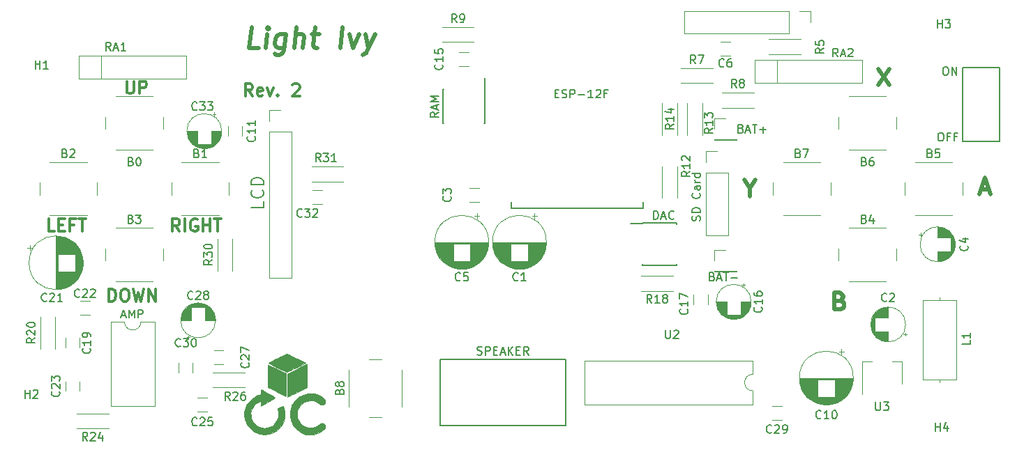
<source format=gbr>
G04 #@! TF.FileFunction,Legend,Top*
%FSLAX46Y46*%
G04 Gerber Fmt 4.6, Leading zero omitted, Abs format (unit mm)*
G04 Created by KiCad (PCBNEW 4.0.4-snap1-stable) date Wed Jun 19 19:26:08 2019*
%MOMM*%
%LPD*%
G01*
G04 APERTURE LIST*
%ADD10C,0.150000*%
%ADD11C,0.300000*%
%ADD12C,0.500000*%
%ADD13C,0.200000*%
%ADD14C,0.120000*%
%ADD15C,0.152400*%
%ADD16C,0.010000*%
G04 APERTURE END LIST*
D10*
D11*
X110750000Y-96428571D02*
X110250000Y-95714286D01*
X109892857Y-96428571D02*
X109892857Y-94928571D01*
X110464285Y-94928571D01*
X110607143Y-95000000D01*
X110678571Y-95071429D01*
X110750000Y-95214286D01*
X110750000Y-95428571D01*
X110678571Y-95571429D01*
X110607143Y-95642857D01*
X110464285Y-95714286D01*
X109892857Y-95714286D01*
X111392857Y-96428571D02*
X111392857Y-94928571D01*
X112892857Y-95000000D02*
X112750000Y-94928571D01*
X112535714Y-94928571D01*
X112321429Y-95000000D01*
X112178571Y-95142857D01*
X112107143Y-95285714D01*
X112035714Y-95571429D01*
X112035714Y-95785714D01*
X112107143Y-96071429D01*
X112178571Y-96214286D01*
X112321429Y-96357143D01*
X112535714Y-96428571D01*
X112678571Y-96428571D01*
X112892857Y-96357143D01*
X112964286Y-96285714D01*
X112964286Y-95785714D01*
X112678571Y-95785714D01*
X113607143Y-96428571D02*
X113607143Y-94928571D01*
X113607143Y-95642857D02*
X114464286Y-95642857D01*
X114464286Y-96428571D02*
X114464286Y-94928571D01*
X114964286Y-94928571D02*
X115821429Y-94928571D01*
X115392858Y-96428571D02*
X115392858Y-94928571D01*
X95571429Y-96428571D02*
X94857143Y-96428571D01*
X94857143Y-94928571D01*
X96071429Y-95642857D02*
X96571429Y-95642857D01*
X96785715Y-96428571D02*
X96071429Y-96428571D01*
X96071429Y-94928571D01*
X96785715Y-94928571D01*
X97928572Y-95642857D02*
X97428572Y-95642857D01*
X97428572Y-96428571D02*
X97428572Y-94928571D01*
X98142858Y-94928571D01*
X98500000Y-94928571D02*
X99357143Y-94928571D01*
X98928572Y-96428571D02*
X98928572Y-94928571D01*
X102178571Y-104928571D02*
X102178571Y-103428571D01*
X102535714Y-103428571D01*
X102749999Y-103500000D01*
X102892857Y-103642857D01*
X102964285Y-103785714D01*
X103035714Y-104071429D01*
X103035714Y-104285714D01*
X102964285Y-104571429D01*
X102892857Y-104714286D01*
X102749999Y-104857143D01*
X102535714Y-104928571D01*
X102178571Y-104928571D01*
X103964285Y-103428571D02*
X104249999Y-103428571D01*
X104392857Y-103500000D01*
X104535714Y-103642857D01*
X104607142Y-103928571D01*
X104607142Y-104428571D01*
X104535714Y-104714286D01*
X104392857Y-104857143D01*
X104249999Y-104928571D01*
X103964285Y-104928571D01*
X103821428Y-104857143D01*
X103678571Y-104714286D01*
X103607142Y-104428571D01*
X103607142Y-103928571D01*
X103678571Y-103642857D01*
X103821428Y-103500000D01*
X103964285Y-103428571D01*
X105107143Y-103428571D02*
X105464286Y-104928571D01*
X105750000Y-103857143D01*
X106035714Y-104928571D01*
X106392857Y-103428571D01*
X106964286Y-104928571D02*
X106964286Y-103428571D01*
X107821429Y-104928571D01*
X107821429Y-103428571D01*
X104321429Y-78178571D02*
X104321429Y-79392857D01*
X104392857Y-79535714D01*
X104464286Y-79607143D01*
X104607143Y-79678571D01*
X104892857Y-79678571D01*
X105035715Y-79607143D01*
X105107143Y-79535714D01*
X105178572Y-79392857D01*
X105178572Y-78178571D01*
X105892858Y-79678571D02*
X105892858Y-78178571D01*
X106464286Y-78178571D01*
X106607144Y-78250000D01*
X106678572Y-78321429D01*
X106750001Y-78464286D01*
X106750001Y-78678571D01*
X106678572Y-78821429D01*
X106607144Y-78892857D01*
X106464286Y-78964286D01*
X105892858Y-78964286D01*
D12*
X190892857Y-104857143D02*
X191178571Y-104952381D01*
X191273810Y-105047619D01*
X191369048Y-105238095D01*
X191369048Y-105523810D01*
X191273810Y-105714286D01*
X191178571Y-105809524D01*
X190988095Y-105904762D01*
X190226190Y-105904762D01*
X190226190Y-103904762D01*
X190892857Y-103904762D01*
X191083333Y-104000000D01*
X191178571Y-104095238D01*
X191273810Y-104285714D01*
X191273810Y-104476190D01*
X191178571Y-104666667D01*
X191083333Y-104761905D01*
X190892857Y-104857143D01*
X190226190Y-104857143D01*
X195583333Y-76654762D02*
X196916667Y-78654762D01*
X196916667Y-76654762D02*
X195583333Y-78654762D01*
X180000000Y-91202381D02*
X180000000Y-92154762D01*
X179333333Y-90154762D02*
X180000000Y-91202381D01*
X180666667Y-90154762D01*
X208023809Y-91333333D02*
X208976190Y-91333333D01*
X207833333Y-91904762D02*
X208500000Y-89904762D01*
X209166667Y-91904762D01*
D13*
X203047619Y-84452381D02*
X203238096Y-84452381D01*
X203333334Y-84500000D01*
X203428572Y-84595238D01*
X203476191Y-84785714D01*
X203476191Y-85119048D01*
X203428572Y-85309524D01*
X203333334Y-85404762D01*
X203238096Y-85452381D01*
X203047619Y-85452381D01*
X202952381Y-85404762D01*
X202857143Y-85309524D01*
X202809524Y-85119048D01*
X202809524Y-84785714D01*
X202857143Y-84595238D01*
X202952381Y-84500000D01*
X203047619Y-84452381D01*
X204238096Y-84928571D02*
X203904762Y-84928571D01*
X203904762Y-85452381D02*
X203904762Y-84452381D01*
X204380953Y-84452381D01*
X205095239Y-84928571D02*
X204761905Y-84928571D01*
X204761905Y-85452381D02*
X204761905Y-84452381D01*
X205238096Y-84452381D01*
D11*
X119607144Y-79978571D02*
X119107144Y-79264286D01*
X118750001Y-79978571D02*
X118750001Y-78478571D01*
X119321429Y-78478571D01*
X119464287Y-78550000D01*
X119535715Y-78621429D01*
X119607144Y-78764286D01*
X119607144Y-78978571D01*
X119535715Y-79121429D01*
X119464287Y-79192857D01*
X119321429Y-79264286D01*
X118750001Y-79264286D01*
X120821429Y-79907143D02*
X120678572Y-79978571D01*
X120392858Y-79978571D01*
X120250001Y-79907143D01*
X120178572Y-79764286D01*
X120178572Y-79192857D01*
X120250001Y-79050000D01*
X120392858Y-78978571D01*
X120678572Y-78978571D01*
X120821429Y-79050000D01*
X120892858Y-79192857D01*
X120892858Y-79335714D01*
X120178572Y-79478571D01*
X121392858Y-78978571D02*
X121750001Y-79978571D01*
X122107143Y-78978571D01*
X122678572Y-79835714D02*
X122750000Y-79907143D01*
X122678572Y-79978571D01*
X122607143Y-79907143D01*
X122678572Y-79835714D01*
X122678572Y-79978571D01*
X124464286Y-78621429D02*
X124535715Y-78550000D01*
X124678572Y-78478571D01*
X125035715Y-78478571D01*
X125178572Y-78550000D01*
X125250001Y-78621429D01*
X125321429Y-78764286D01*
X125321429Y-78907143D01*
X125250001Y-79121429D01*
X124392858Y-79978571D01*
X125321429Y-79978571D01*
D12*
X120358631Y-74130952D02*
X119168155Y-74130952D01*
X119480655Y-71630952D01*
X121191965Y-74130952D02*
X121400298Y-72464286D01*
X121504465Y-71630952D02*
X121370536Y-71750000D01*
X121474703Y-71869048D01*
X121608632Y-71750000D01*
X121504465Y-71630952D01*
X121474703Y-71869048D01*
X123662203Y-72464286D02*
X123409227Y-74488095D01*
X123260417Y-74726190D01*
X123126488Y-74845238D01*
X122873512Y-74964286D01*
X122516369Y-74964286D01*
X122293155Y-74845238D01*
X123468751Y-74011905D02*
X123215774Y-74130952D01*
X122739584Y-74130952D01*
X122516370Y-74011905D01*
X122412203Y-73892857D01*
X122322917Y-73654762D01*
X122412203Y-72940476D01*
X122561012Y-72702381D01*
X122694941Y-72583333D01*
X122947917Y-72464286D01*
X123424107Y-72464286D01*
X123647322Y-72583333D01*
X124644346Y-74130952D02*
X124956846Y-71630952D01*
X125715775Y-74130952D02*
X125879465Y-72821429D01*
X125790179Y-72583333D01*
X125566965Y-72464286D01*
X125209822Y-72464286D01*
X124956846Y-72583333D01*
X124822917Y-72702381D01*
X126757441Y-72464286D02*
X127709822Y-72464286D01*
X127218751Y-71630952D02*
X126950894Y-73773810D01*
X127040180Y-74011905D01*
X127263394Y-74130952D01*
X127501489Y-74130952D01*
X130239584Y-74130952D02*
X130552084Y-71630952D01*
X131400298Y-72464286D02*
X131787203Y-74130952D01*
X132590774Y-72464286D01*
X133305060Y-72464286D02*
X133691965Y-74130952D01*
X134495536Y-72464286D02*
X133691965Y-74130952D01*
X133379465Y-74726190D01*
X133245536Y-74845238D01*
X132992560Y-74964286D01*
D14*
X148270000Y-97750000D02*
G75*
G03X148270000Y-97750000I-3270000J0D01*
G01*
X148230000Y-97750000D02*
X141770000Y-97750000D01*
X148230000Y-97790000D02*
X141770000Y-97790000D01*
X148230000Y-97830000D02*
X141770000Y-97830000D01*
X148228000Y-97870000D02*
X141772000Y-97870000D01*
X148227000Y-97910000D02*
X141773000Y-97910000D01*
X148224000Y-97950000D02*
X141776000Y-97950000D01*
X148222000Y-97990000D02*
X146040000Y-97990000D01*
X143960000Y-97990000D02*
X141778000Y-97990000D01*
X148218000Y-98030000D02*
X146040000Y-98030000D01*
X143960000Y-98030000D02*
X141782000Y-98030000D01*
X148215000Y-98070000D02*
X146040000Y-98070000D01*
X143960000Y-98070000D02*
X141785000Y-98070000D01*
X148211000Y-98110000D02*
X146040000Y-98110000D01*
X143960000Y-98110000D02*
X141789000Y-98110000D01*
X148206000Y-98150000D02*
X146040000Y-98150000D01*
X143960000Y-98150000D02*
X141794000Y-98150000D01*
X148201000Y-98190000D02*
X146040000Y-98190000D01*
X143960000Y-98190000D02*
X141799000Y-98190000D01*
X148195000Y-98230000D02*
X146040000Y-98230000D01*
X143960000Y-98230000D02*
X141805000Y-98230000D01*
X148189000Y-98270000D02*
X146040000Y-98270000D01*
X143960000Y-98270000D02*
X141811000Y-98270000D01*
X148182000Y-98310000D02*
X146040000Y-98310000D01*
X143960000Y-98310000D02*
X141818000Y-98310000D01*
X148175000Y-98350000D02*
X146040000Y-98350000D01*
X143960000Y-98350000D02*
X141825000Y-98350000D01*
X148167000Y-98390000D02*
X146040000Y-98390000D01*
X143960000Y-98390000D02*
X141833000Y-98390000D01*
X148159000Y-98430000D02*
X146040000Y-98430000D01*
X143960000Y-98430000D02*
X141841000Y-98430000D01*
X148150000Y-98471000D02*
X146040000Y-98471000D01*
X143960000Y-98471000D02*
X141850000Y-98471000D01*
X148141000Y-98511000D02*
X146040000Y-98511000D01*
X143960000Y-98511000D02*
X141859000Y-98511000D01*
X148131000Y-98551000D02*
X146040000Y-98551000D01*
X143960000Y-98551000D02*
X141869000Y-98551000D01*
X148121000Y-98591000D02*
X146040000Y-98591000D01*
X143960000Y-98591000D02*
X141879000Y-98591000D01*
X148110000Y-98631000D02*
X146040000Y-98631000D01*
X143960000Y-98631000D02*
X141890000Y-98631000D01*
X148098000Y-98671000D02*
X146040000Y-98671000D01*
X143960000Y-98671000D02*
X141902000Y-98671000D01*
X148086000Y-98711000D02*
X146040000Y-98711000D01*
X143960000Y-98711000D02*
X141914000Y-98711000D01*
X148074000Y-98751000D02*
X146040000Y-98751000D01*
X143960000Y-98751000D02*
X141926000Y-98751000D01*
X148061000Y-98791000D02*
X146040000Y-98791000D01*
X143960000Y-98791000D02*
X141939000Y-98791000D01*
X148047000Y-98831000D02*
X146040000Y-98831000D01*
X143960000Y-98831000D02*
X141953000Y-98831000D01*
X148033000Y-98871000D02*
X146040000Y-98871000D01*
X143960000Y-98871000D02*
X141967000Y-98871000D01*
X148018000Y-98911000D02*
X146040000Y-98911000D01*
X143960000Y-98911000D02*
X141982000Y-98911000D01*
X148002000Y-98951000D02*
X146040000Y-98951000D01*
X143960000Y-98951000D02*
X141998000Y-98951000D01*
X147986000Y-98991000D02*
X146040000Y-98991000D01*
X143960000Y-98991000D02*
X142014000Y-98991000D01*
X147970000Y-99031000D02*
X146040000Y-99031000D01*
X143960000Y-99031000D02*
X142030000Y-99031000D01*
X147952000Y-99071000D02*
X146040000Y-99071000D01*
X143960000Y-99071000D02*
X142048000Y-99071000D01*
X147934000Y-99111000D02*
X146040000Y-99111000D01*
X143960000Y-99111000D02*
X142066000Y-99111000D01*
X147916000Y-99151000D02*
X146040000Y-99151000D01*
X143960000Y-99151000D02*
X142084000Y-99151000D01*
X147896000Y-99191000D02*
X146040000Y-99191000D01*
X143960000Y-99191000D02*
X142104000Y-99191000D01*
X147876000Y-99231000D02*
X146040000Y-99231000D01*
X143960000Y-99231000D02*
X142124000Y-99231000D01*
X147856000Y-99271000D02*
X146040000Y-99271000D01*
X143960000Y-99271000D02*
X142144000Y-99271000D01*
X147834000Y-99311000D02*
X146040000Y-99311000D01*
X143960000Y-99311000D02*
X142166000Y-99311000D01*
X147812000Y-99351000D02*
X146040000Y-99351000D01*
X143960000Y-99351000D02*
X142188000Y-99351000D01*
X147790000Y-99391000D02*
X146040000Y-99391000D01*
X143960000Y-99391000D02*
X142210000Y-99391000D01*
X147766000Y-99431000D02*
X146040000Y-99431000D01*
X143960000Y-99431000D02*
X142234000Y-99431000D01*
X147742000Y-99471000D02*
X146040000Y-99471000D01*
X143960000Y-99471000D02*
X142258000Y-99471000D01*
X147716000Y-99511000D02*
X146040000Y-99511000D01*
X143960000Y-99511000D02*
X142284000Y-99511000D01*
X147690000Y-99551000D02*
X146040000Y-99551000D01*
X143960000Y-99551000D02*
X142310000Y-99551000D01*
X147664000Y-99591000D02*
X146040000Y-99591000D01*
X143960000Y-99591000D02*
X142336000Y-99591000D01*
X147636000Y-99631000D02*
X146040000Y-99631000D01*
X143960000Y-99631000D02*
X142364000Y-99631000D01*
X147607000Y-99671000D02*
X146040000Y-99671000D01*
X143960000Y-99671000D02*
X142393000Y-99671000D01*
X147578000Y-99711000D02*
X146040000Y-99711000D01*
X143960000Y-99711000D02*
X142422000Y-99711000D01*
X147548000Y-99751000D02*
X146040000Y-99751000D01*
X143960000Y-99751000D02*
X142452000Y-99751000D01*
X147516000Y-99791000D02*
X146040000Y-99791000D01*
X143960000Y-99791000D02*
X142484000Y-99791000D01*
X147484000Y-99831000D02*
X146040000Y-99831000D01*
X143960000Y-99831000D02*
X142516000Y-99831000D01*
X147450000Y-99871000D02*
X146040000Y-99871000D01*
X143960000Y-99871000D02*
X142550000Y-99871000D01*
X147416000Y-99911000D02*
X146040000Y-99911000D01*
X143960000Y-99911000D02*
X142584000Y-99911000D01*
X147380000Y-99951000D02*
X146040000Y-99951000D01*
X143960000Y-99951000D02*
X142620000Y-99951000D01*
X147343000Y-99991000D02*
X146040000Y-99991000D01*
X143960000Y-99991000D02*
X142657000Y-99991000D01*
X147305000Y-100031000D02*
X146040000Y-100031000D01*
X143960000Y-100031000D02*
X142695000Y-100031000D01*
X147265000Y-100071000D02*
X142735000Y-100071000D01*
X147224000Y-100111000D02*
X142776000Y-100111000D01*
X147182000Y-100151000D02*
X142818000Y-100151000D01*
X147137000Y-100191000D02*
X142863000Y-100191000D01*
X147092000Y-100231000D02*
X142908000Y-100231000D01*
X147044000Y-100271000D02*
X142956000Y-100271000D01*
X146995000Y-100311000D02*
X143005000Y-100311000D01*
X146944000Y-100351000D02*
X143056000Y-100351000D01*
X146890000Y-100391000D02*
X143110000Y-100391000D01*
X146834000Y-100431000D02*
X143166000Y-100431000D01*
X146776000Y-100471000D02*
X143224000Y-100471000D01*
X146714000Y-100511000D02*
X143286000Y-100511000D01*
X146650000Y-100551000D02*
X143350000Y-100551000D01*
X146581000Y-100591000D02*
X143419000Y-100591000D01*
X146509000Y-100631000D02*
X143491000Y-100631000D01*
X146432000Y-100671000D02*
X143568000Y-100671000D01*
X146350000Y-100711000D02*
X143650000Y-100711000D01*
X146262000Y-100751000D02*
X143738000Y-100751000D01*
X146165000Y-100791000D02*
X143835000Y-100791000D01*
X146059000Y-100831000D02*
X143941000Y-100831000D01*
X145940000Y-100871000D02*
X144060000Y-100871000D01*
X145802000Y-100911000D02*
X144198000Y-100911000D01*
X145633000Y-100951000D02*
X144367000Y-100951000D01*
X145402000Y-100991000D02*
X144598000Y-100991000D01*
X146839000Y-94249759D02*
X146839000Y-94879759D01*
X147154000Y-94564759D02*
X146524000Y-94564759D01*
X112361000Y-112413000D02*
X112361000Y-113587000D01*
X110639000Y-112413000D02*
X110639000Y-113587000D01*
X175670000Y-85330000D02*
X178330000Y-85330000D01*
X175670000Y-85270000D02*
X175670000Y-85330000D01*
X178330000Y-85270000D02*
X178330000Y-85330000D01*
X175670000Y-85270000D02*
X178330000Y-85270000D01*
X175670000Y-84000000D02*
X175670000Y-82670000D01*
X175670000Y-82670000D02*
X177000000Y-82670000D01*
X175670000Y-101330000D02*
X178330000Y-101330000D01*
X175670000Y-101270000D02*
X175670000Y-101330000D01*
X178330000Y-101270000D02*
X178330000Y-101330000D01*
X175670000Y-101270000D02*
X178330000Y-101270000D01*
X175670000Y-100000000D02*
X175670000Y-98670000D01*
X175670000Y-98670000D02*
X177000000Y-98670000D01*
X171970000Y-69670000D02*
X171970000Y-72330000D01*
X184730000Y-69670000D02*
X171970000Y-69670000D01*
X184730000Y-72330000D02*
X171970000Y-72330000D01*
X184730000Y-69670000D02*
X184730000Y-72330000D01*
X186000000Y-69670000D02*
X187330000Y-69670000D01*
X187330000Y-69670000D02*
X187330000Y-71000000D01*
X155270000Y-97750000D02*
G75*
G03X155270000Y-97750000I-3270000J0D01*
G01*
X155230000Y-97750000D02*
X148770000Y-97750000D01*
X155230000Y-97790000D02*
X148770000Y-97790000D01*
X155230000Y-97830000D02*
X148770000Y-97830000D01*
X155228000Y-97870000D02*
X148772000Y-97870000D01*
X155227000Y-97910000D02*
X148773000Y-97910000D01*
X155224000Y-97950000D02*
X148776000Y-97950000D01*
X155222000Y-97990000D02*
X153040000Y-97990000D01*
X150960000Y-97990000D02*
X148778000Y-97990000D01*
X155218000Y-98030000D02*
X153040000Y-98030000D01*
X150960000Y-98030000D02*
X148782000Y-98030000D01*
X155215000Y-98070000D02*
X153040000Y-98070000D01*
X150960000Y-98070000D02*
X148785000Y-98070000D01*
X155211000Y-98110000D02*
X153040000Y-98110000D01*
X150960000Y-98110000D02*
X148789000Y-98110000D01*
X155206000Y-98150000D02*
X153040000Y-98150000D01*
X150960000Y-98150000D02*
X148794000Y-98150000D01*
X155201000Y-98190000D02*
X153040000Y-98190000D01*
X150960000Y-98190000D02*
X148799000Y-98190000D01*
X155195000Y-98230000D02*
X153040000Y-98230000D01*
X150960000Y-98230000D02*
X148805000Y-98230000D01*
X155189000Y-98270000D02*
X153040000Y-98270000D01*
X150960000Y-98270000D02*
X148811000Y-98270000D01*
X155182000Y-98310000D02*
X153040000Y-98310000D01*
X150960000Y-98310000D02*
X148818000Y-98310000D01*
X155175000Y-98350000D02*
X153040000Y-98350000D01*
X150960000Y-98350000D02*
X148825000Y-98350000D01*
X155167000Y-98390000D02*
X153040000Y-98390000D01*
X150960000Y-98390000D02*
X148833000Y-98390000D01*
X155159000Y-98430000D02*
X153040000Y-98430000D01*
X150960000Y-98430000D02*
X148841000Y-98430000D01*
X155150000Y-98471000D02*
X153040000Y-98471000D01*
X150960000Y-98471000D02*
X148850000Y-98471000D01*
X155141000Y-98511000D02*
X153040000Y-98511000D01*
X150960000Y-98511000D02*
X148859000Y-98511000D01*
X155131000Y-98551000D02*
X153040000Y-98551000D01*
X150960000Y-98551000D02*
X148869000Y-98551000D01*
X155121000Y-98591000D02*
X153040000Y-98591000D01*
X150960000Y-98591000D02*
X148879000Y-98591000D01*
X155110000Y-98631000D02*
X153040000Y-98631000D01*
X150960000Y-98631000D02*
X148890000Y-98631000D01*
X155098000Y-98671000D02*
X153040000Y-98671000D01*
X150960000Y-98671000D02*
X148902000Y-98671000D01*
X155086000Y-98711000D02*
X153040000Y-98711000D01*
X150960000Y-98711000D02*
X148914000Y-98711000D01*
X155074000Y-98751000D02*
X153040000Y-98751000D01*
X150960000Y-98751000D02*
X148926000Y-98751000D01*
X155061000Y-98791000D02*
X153040000Y-98791000D01*
X150960000Y-98791000D02*
X148939000Y-98791000D01*
X155047000Y-98831000D02*
X153040000Y-98831000D01*
X150960000Y-98831000D02*
X148953000Y-98831000D01*
X155033000Y-98871000D02*
X153040000Y-98871000D01*
X150960000Y-98871000D02*
X148967000Y-98871000D01*
X155018000Y-98911000D02*
X153040000Y-98911000D01*
X150960000Y-98911000D02*
X148982000Y-98911000D01*
X155002000Y-98951000D02*
X153040000Y-98951000D01*
X150960000Y-98951000D02*
X148998000Y-98951000D01*
X154986000Y-98991000D02*
X153040000Y-98991000D01*
X150960000Y-98991000D02*
X149014000Y-98991000D01*
X154970000Y-99031000D02*
X153040000Y-99031000D01*
X150960000Y-99031000D02*
X149030000Y-99031000D01*
X154952000Y-99071000D02*
X153040000Y-99071000D01*
X150960000Y-99071000D02*
X149048000Y-99071000D01*
X154934000Y-99111000D02*
X153040000Y-99111000D01*
X150960000Y-99111000D02*
X149066000Y-99111000D01*
X154916000Y-99151000D02*
X153040000Y-99151000D01*
X150960000Y-99151000D02*
X149084000Y-99151000D01*
X154896000Y-99191000D02*
X153040000Y-99191000D01*
X150960000Y-99191000D02*
X149104000Y-99191000D01*
X154876000Y-99231000D02*
X153040000Y-99231000D01*
X150960000Y-99231000D02*
X149124000Y-99231000D01*
X154856000Y-99271000D02*
X153040000Y-99271000D01*
X150960000Y-99271000D02*
X149144000Y-99271000D01*
X154834000Y-99311000D02*
X153040000Y-99311000D01*
X150960000Y-99311000D02*
X149166000Y-99311000D01*
X154812000Y-99351000D02*
X153040000Y-99351000D01*
X150960000Y-99351000D02*
X149188000Y-99351000D01*
X154790000Y-99391000D02*
X153040000Y-99391000D01*
X150960000Y-99391000D02*
X149210000Y-99391000D01*
X154766000Y-99431000D02*
X153040000Y-99431000D01*
X150960000Y-99431000D02*
X149234000Y-99431000D01*
X154742000Y-99471000D02*
X153040000Y-99471000D01*
X150960000Y-99471000D02*
X149258000Y-99471000D01*
X154716000Y-99511000D02*
X153040000Y-99511000D01*
X150960000Y-99511000D02*
X149284000Y-99511000D01*
X154690000Y-99551000D02*
X153040000Y-99551000D01*
X150960000Y-99551000D02*
X149310000Y-99551000D01*
X154664000Y-99591000D02*
X153040000Y-99591000D01*
X150960000Y-99591000D02*
X149336000Y-99591000D01*
X154636000Y-99631000D02*
X153040000Y-99631000D01*
X150960000Y-99631000D02*
X149364000Y-99631000D01*
X154607000Y-99671000D02*
X153040000Y-99671000D01*
X150960000Y-99671000D02*
X149393000Y-99671000D01*
X154578000Y-99711000D02*
X153040000Y-99711000D01*
X150960000Y-99711000D02*
X149422000Y-99711000D01*
X154548000Y-99751000D02*
X153040000Y-99751000D01*
X150960000Y-99751000D02*
X149452000Y-99751000D01*
X154516000Y-99791000D02*
X153040000Y-99791000D01*
X150960000Y-99791000D02*
X149484000Y-99791000D01*
X154484000Y-99831000D02*
X153040000Y-99831000D01*
X150960000Y-99831000D02*
X149516000Y-99831000D01*
X154450000Y-99871000D02*
X153040000Y-99871000D01*
X150960000Y-99871000D02*
X149550000Y-99871000D01*
X154416000Y-99911000D02*
X153040000Y-99911000D01*
X150960000Y-99911000D02*
X149584000Y-99911000D01*
X154380000Y-99951000D02*
X153040000Y-99951000D01*
X150960000Y-99951000D02*
X149620000Y-99951000D01*
X154343000Y-99991000D02*
X153040000Y-99991000D01*
X150960000Y-99991000D02*
X149657000Y-99991000D01*
X154305000Y-100031000D02*
X153040000Y-100031000D01*
X150960000Y-100031000D02*
X149695000Y-100031000D01*
X154265000Y-100071000D02*
X149735000Y-100071000D01*
X154224000Y-100111000D02*
X149776000Y-100111000D01*
X154182000Y-100151000D02*
X149818000Y-100151000D01*
X154137000Y-100191000D02*
X149863000Y-100191000D01*
X154092000Y-100231000D02*
X149908000Y-100231000D01*
X154044000Y-100271000D02*
X149956000Y-100271000D01*
X153995000Y-100311000D02*
X150005000Y-100311000D01*
X153944000Y-100351000D02*
X150056000Y-100351000D01*
X153890000Y-100391000D02*
X150110000Y-100391000D01*
X153834000Y-100431000D02*
X150166000Y-100431000D01*
X153776000Y-100471000D02*
X150224000Y-100471000D01*
X153714000Y-100511000D02*
X150286000Y-100511000D01*
X153650000Y-100551000D02*
X150350000Y-100551000D01*
X153581000Y-100591000D02*
X150419000Y-100591000D01*
X153509000Y-100631000D02*
X150491000Y-100631000D01*
X153432000Y-100671000D02*
X150568000Y-100671000D01*
X153350000Y-100711000D02*
X150650000Y-100711000D01*
X153262000Y-100751000D02*
X150738000Y-100751000D01*
X153165000Y-100791000D02*
X150835000Y-100791000D01*
X153059000Y-100831000D02*
X150941000Y-100831000D01*
X152940000Y-100871000D02*
X151060000Y-100871000D01*
X152802000Y-100911000D02*
X151198000Y-100911000D01*
X152633000Y-100951000D02*
X151367000Y-100951000D01*
X152402000Y-100991000D02*
X151598000Y-100991000D01*
X153839000Y-94249759D02*
X153839000Y-94879759D01*
X154154000Y-94564759D02*
X153524000Y-94564759D01*
X198870000Y-107750000D02*
G75*
G03X198870000Y-107750000I-2120000J0D01*
G01*
X196750000Y-106910000D02*
X196750000Y-105670000D01*
X196750000Y-109830000D02*
X196750000Y-108590000D01*
X196710000Y-106910000D02*
X196710000Y-105670000D01*
X196710000Y-109830000D02*
X196710000Y-108590000D01*
X196670000Y-106910000D02*
X196670000Y-105671000D01*
X196670000Y-109829000D02*
X196670000Y-108590000D01*
X196630000Y-109827000D02*
X196630000Y-108590000D01*
X196630000Y-106910000D02*
X196630000Y-105673000D01*
X196590000Y-109824000D02*
X196590000Y-108590000D01*
X196590000Y-106910000D02*
X196590000Y-105676000D01*
X196550000Y-109821000D02*
X196550000Y-108590000D01*
X196550000Y-106910000D02*
X196550000Y-105679000D01*
X196510000Y-109817000D02*
X196510000Y-108590000D01*
X196510000Y-106910000D02*
X196510000Y-105683000D01*
X196470000Y-109812000D02*
X196470000Y-108590000D01*
X196470000Y-106910000D02*
X196470000Y-105688000D01*
X196430000Y-109806000D02*
X196430000Y-108590000D01*
X196430000Y-106910000D02*
X196430000Y-105694000D01*
X196390000Y-109800000D02*
X196390000Y-108590000D01*
X196390000Y-106910000D02*
X196390000Y-105700000D01*
X196350000Y-109792000D02*
X196350000Y-108590000D01*
X196350000Y-106910000D02*
X196350000Y-105708000D01*
X196310000Y-109784000D02*
X196310000Y-108590000D01*
X196310000Y-106910000D02*
X196310000Y-105716000D01*
X196270000Y-109775000D02*
X196270000Y-108590000D01*
X196270000Y-106910000D02*
X196270000Y-105725000D01*
X196230000Y-109766000D02*
X196230000Y-108590000D01*
X196230000Y-106910000D02*
X196230000Y-105734000D01*
X196190000Y-109755000D02*
X196190000Y-108590000D01*
X196190000Y-106910000D02*
X196190000Y-105745000D01*
X196150000Y-109744000D02*
X196150000Y-108590000D01*
X196150000Y-106910000D02*
X196150000Y-105756000D01*
X196110000Y-109732000D02*
X196110000Y-108590000D01*
X196110000Y-106910000D02*
X196110000Y-105768000D01*
X196070000Y-109718000D02*
X196070000Y-108590000D01*
X196070000Y-106910000D02*
X196070000Y-105782000D01*
X196029000Y-109704000D02*
X196029000Y-108590000D01*
X196029000Y-106910000D02*
X196029000Y-105796000D01*
X195989000Y-109690000D02*
X195989000Y-108590000D01*
X195989000Y-106910000D02*
X195989000Y-105810000D01*
X195949000Y-109674000D02*
X195949000Y-108590000D01*
X195949000Y-106910000D02*
X195949000Y-105826000D01*
X195909000Y-109657000D02*
X195909000Y-108590000D01*
X195909000Y-106910000D02*
X195909000Y-105843000D01*
X195869000Y-109639000D02*
X195869000Y-108590000D01*
X195869000Y-106910000D02*
X195869000Y-105861000D01*
X195829000Y-109620000D02*
X195829000Y-108590000D01*
X195829000Y-106910000D02*
X195829000Y-105880000D01*
X195789000Y-109601000D02*
X195789000Y-108590000D01*
X195789000Y-106910000D02*
X195789000Y-105899000D01*
X195749000Y-109580000D02*
X195749000Y-108590000D01*
X195749000Y-106910000D02*
X195749000Y-105920000D01*
X195709000Y-109558000D02*
X195709000Y-108590000D01*
X195709000Y-106910000D02*
X195709000Y-105942000D01*
X195669000Y-109535000D02*
X195669000Y-108590000D01*
X195669000Y-106910000D02*
X195669000Y-105965000D01*
X195629000Y-109510000D02*
X195629000Y-108590000D01*
X195629000Y-106910000D02*
X195629000Y-105990000D01*
X195589000Y-109485000D02*
X195589000Y-108590000D01*
X195589000Y-106910000D02*
X195589000Y-106015000D01*
X195549000Y-109458000D02*
X195549000Y-108590000D01*
X195549000Y-106910000D02*
X195549000Y-106042000D01*
X195509000Y-109430000D02*
X195509000Y-108590000D01*
X195509000Y-106910000D02*
X195509000Y-106070000D01*
X195469000Y-109400000D02*
X195469000Y-108590000D01*
X195469000Y-106910000D02*
X195469000Y-106100000D01*
X195429000Y-109369000D02*
X195429000Y-108590000D01*
X195429000Y-106910000D02*
X195429000Y-106131000D01*
X195389000Y-109337000D02*
X195389000Y-108590000D01*
X195389000Y-106910000D02*
X195389000Y-106163000D01*
X195349000Y-109302000D02*
X195349000Y-108590000D01*
X195349000Y-106910000D02*
X195349000Y-106198000D01*
X195309000Y-109266000D02*
X195309000Y-108590000D01*
X195309000Y-106910000D02*
X195309000Y-106234000D01*
X195269000Y-109228000D02*
X195269000Y-108590000D01*
X195269000Y-106910000D02*
X195269000Y-106272000D01*
X195229000Y-109188000D02*
X195229000Y-108590000D01*
X195229000Y-106910000D02*
X195229000Y-106312000D01*
X195189000Y-109146000D02*
X195189000Y-108590000D01*
X195189000Y-106910000D02*
X195189000Y-106354000D01*
X195149000Y-109101000D02*
X195149000Y-106399000D01*
X195109000Y-109054000D02*
X195109000Y-106446000D01*
X195069000Y-109004000D02*
X195069000Y-106496000D01*
X195029000Y-108950000D02*
X195029000Y-106550000D01*
X194989000Y-108892000D02*
X194989000Y-106608000D01*
X194949000Y-108830000D02*
X194949000Y-106670000D01*
X194909000Y-108763000D02*
X194909000Y-106737000D01*
X194869000Y-108690000D02*
X194869000Y-106810000D01*
X194829000Y-108609000D02*
X194829000Y-106891000D01*
X194789000Y-108518000D02*
X194789000Y-106982000D01*
X194749000Y-108414000D02*
X194749000Y-107086000D01*
X194709000Y-108287000D02*
X194709000Y-107213000D01*
X194669000Y-108120000D02*
X194669000Y-107380000D01*
X199019801Y-108945000D02*
X198619801Y-108945000D01*
X198819801Y-109145000D02*
X198819801Y-108745000D01*
X145913000Y-91139000D02*
X147087000Y-91139000D01*
X145913000Y-92861000D02*
X147087000Y-92861000D01*
X197200000Y-112220000D02*
X198400000Y-112220000D01*
X198400000Y-112220000D02*
X198400000Y-114920000D01*
X193600000Y-116220000D02*
X193600000Y-112220000D01*
X193600000Y-112220000D02*
X194800000Y-112220000D01*
X204870000Y-98000000D02*
G75*
G03X204870000Y-98000000I-2120000J0D01*
G01*
X202750000Y-98840000D02*
X202750000Y-100080000D01*
X202750000Y-95920000D02*
X202750000Y-97160000D01*
X202790000Y-98840000D02*
X202790000Y-100080000D01*
X202790000Y-95920000D02*
X202790000Y-97160000D01*
X202830000Y-98840000D02*
X202830000Y-100079000D01*
X202830000Y-95921000D02*
X202830000Y-97160000D01*
X202870000Y-95923000D02*
X202870000Y-97160000D01*
X202870000Y-98840000D02*
X202870000Y-100077000D01*
X202910000Y-95926000D02*
X202910000Y-97160000D01*
X202910000Y-98840000D02*
X202910000Y-100074000D01*
X202950000Y-95929000D02*
X202950000Y-97160000D01*
X202950000Y-98840000D02*
X202950000Y-100071000D01*
X202990000Y-95933000D02*
X202990000Y-97160000D01*
X202990000Y-98840000D02*
X202990000Y-100067000D01*
X203030000Y-95938000D02*
X203030000Y-97160000D01*
X203030000Y-98840000D02*
X203030000Y-100062000D01*
X203070000Y-95944000D02*
X203070000Y-97160000D01*
X203070000Y-98840000D02*
X203070000Y-100056000D01*
X203110000Y-95950000D02*
X203110000Y-97160000D01*
X203110000Y-98840000D02*
X203110000Y-100050000D01*
X203150000Y-95958000D02*
X203150000Y-97160000D01*
X203150000Y-98840000D02*
X203150000Y-100042000D01*
X203190000Y-95966000D02*
X203190000Y-97160000D01*
X203190000Y-98840000D02*
X203190000Y-100034000D01*
X203230000Y-95975000D02*
X203230000Y-97160000D01*
X203230000Y-98840000D02*
X203230000Y-100025000D01*
X203270000Y-95984000D02*
X203270000Y-97160000D01*
X203270000Y-98840000D02*
X203270000Y-100016000D01*
X203310000Y-95995000D02*
X203310000Y-97160000D01*
X203310000Y-98840000D02*
X203310000Y-100005000D01*
X203350000Y-96006000D02*
X203350000Y-97160000D01*
X203350000Y-98840000D02*
X203350000Y-99994000D01*
X203390000Y-96018000D02*
X203390000Y-97160000D01*
X203390000Y-98840000D02*
X203390000Y-99982000D01*
X203430000Y-96032000D02*
X203430000Y-97160000D01*
X203430000Y-98840000D02*
X203430000Y-99968000D01*
X203471000Y-96046000D02*
X203471000Y-97160000D01*
X203471000Y-98840000D02*
X203471000Y-99954000D01*
X203511000Y-96060000D02*
X203511000Y-97160000D01*
X203511000Y-98840000D02*
X203511000Y-99940000D01*
X203551000Y-96076000D02*
X203551000Y-97160000D01*
X203551000Y-98840000D02*
X203551000Y-99924000D01*
X203591000Y-96093000D02*
X203591000Y-97160000D01*
X203591000Y-98840000D02*
X203591000Y-99907000D01*
X203631000Y-96111000D02*
X203631000Y-97160000D01*
X203631000Y-98840000D02*
X203631000Y-99889000D01*
X203671000Y-96130000D02*
X203671000Y-97160000D01*
X203671000Y-98840000D02*
X203671000Y-99870000D01*
X203711000Y-96149000D02*
X203711000Y-97160000D01*
X203711000Y-98840000D02*
X203711000Y-99851000D01*
X203751000Y-96170000D02*
X203751000Y-97160000D01*
X203751000Y-98840000D02*
X203751000Y-99830000D01*
X203791000Y-96192000D02*
X203791000Y-97160000D01*
X203791000Y-98840000D02*
X203791000Y-99808000D01*
X203831000Y-96215000D02*
X203831000Y-97160000D01*
X203831000Y-98840000D02*
X203831000Y-99785000D01*
X203871000Y-96240000D02*
X203871000Y-97160000D01*
X203871000Y-98840000D02*
X203871000Y-99760000D01*
X203911000Y-96265000D02*
X203911000Y-97160000D01*
X203911000Y-98840000D02*
X203911000Y-99735000D01*
X203951000Y-96292000D02*
X203951000Y-97160000D01*
X203951000Y-98840000D02*
X203951000Y-99708000D01*
X203991000Y-96320000D02*
X203991000Y-97160000D01*
X203991000Y-98840000D02*
X203991000Y-99680000D01*
X204031000Y-96350000D02*
X204031000Y-97160000D01*
X204031000Y-98840000D02*
X204031000Y-99650000D01*
X204071000Y-96381000D02*
X204071000Y-97160000D01*
X204071000Y-98840000D02*
X204071000Y-99619000D01*
X204111000Y-96413000D02*
X204111000Y-97160000D01*
X204111000Y-98840000D02*
X204111000Y-99587000D01*
X204151000Y-96448000D02*
X204151000Y-97160000D01*
X204151000Y-98840000D02*
X204151000Y-99552000D01*
X204191000Y-96484000D02*
X204191000Y-97160000D01*
X204191000Y-98840000D02*
X204191000Y-99516000D01*
X204231000Y-96522000D02*
X204231000Y-97160000D01*
X204231000Y-98840000D02*
X204231000Y-99478000D01*
X204271000Y-96562000D02*
X204271000Y-97160000D01*
X204271000Y-98840000D02*
X204271000Y-99438000D01*
X204311000Y-96604000D02*
X204311000Y-97160000D01*
X204311000Y-98840000D02*
X204311000Y-99396000D01*
X204351000Y-96649000D02*
X204351000Y-99351000D01*
X204391000Y-96696000D02*
X204391000Y-99304000D01*
X204431000Y-96746000D02*
X204431000Y-99254000D01*
X204471000Y-96800000D02*
X204471000Y-99200000D01*
X204511000Y-96858000D02*
X204511000Y-99142000D01*
X204551000Y-96920000D02*
X204551000Y-99080000D01*
X204591000Y-96987000D02*
X204591000Y-99013000D01*
X204631000Y-97060000D02*
X204631000Y-98940000D01*
X204671000Y-97141000D02*
X204671000Y-98859000D01*
X204711000Y-97232000D02*
X204711000Y-98768000D01*
X204751000Y-97336000D02*
X204751000Y-98664000D01*
X204791000Y-97463000D02*
X204791000Y-98537000D01*
X204831000Y-97630000D02*
X204831000Y-98370000D01*
X200480199Y-96805000D02*
X200880199Y-96805000D01*
X200680199Y-96605000D02*
X200680199Y-97005000D01*
X200940000Y-114460000D02*
X205060000Y-114460000D01*
X205060000Y-114460000D02*
X205060000Y-104840000D01*
X205060000Y-104840000D02*
X200940000Y-104840000D01*
X200940000Y-104840000D02*
X200940000Y-114460000D01*
X203000000Y-114820000D02*
X203000000Y-114460000D01*
X203000000Y-104480000D02*
X203000000Y-104840000D01*
D10*
X210250000Y-81000000D02*
X210250000Y-76500000D01*
X210250000Y-76500000D02*
X205750000Y-76500000D01*
X205750000Y-76500000D02*
X205750000Y-85500000D01*
X205750000Y-85500000D02*
X210000000Y-85500000D01*
X210000000Y-85500000D02*
X210250000Y-85500000D01*
X210250000Y-85500000D02*
X210250000Y-81000000D01*
D14*
X186130000Y-74920000D02*
X182290000Y-74920000D01*
X186130000Y-73080000D02*
X182290000Y-73080000D01*
X177587000Y-75111000D02*
X176413000Y-75111000D01*
X177587000Y-73389000D02*
X176413000Y-73389000D01*
X171620000Y-76580000D02*
X175460000Y-76580000D01*
X171620000Y-78420000D02*
X175460000Y-78420000D01*
X176620000Y-79580000D02*
X180460000Y-79580000D01*
X176620000Y-81420000D02*
X180460000Y-81420000D01*
X142620000Y-71580000D02*
X146460000Y-71580000D01*
X142620000Y-73420000D02*
X146460000Y-73420000D01*
X192520000Y-114250000D02*
G75*
G03X192520000Y-114250000I-3270000J0D01*
G01*
X192480000Y-114250000D02*
X186020000Y-114250000D01*
X192480000Y-114290000D02*
X186020000Y-114290000D01*
X192480000Y-114330000D02*
X186020000Y-114330000D01*
X192478000Y-114370000D02*
X186022000Y-114370000D01*
X192477000Y-114410000D02*
X186023000Y-114410000D01*
X192474000Y-114450000D02*
X186026000Y-114450000D01*
X192472000Y-114490000D02*
X190290000Y-114490000D01*
X188210000Y-114490000D02*
X186028000Y-114490000D01*
X192468000Y-114530000D02*
X190290000Y-114530000D01*
X188210000Y-114530000D02*
X186032000Y-114530000D01*
X192465000Y-114570000D02*
X190290000Y-114570000D01*
X188210000Y-114570000D02*
X186035000Y-114570000D01*
X192461000Y-114610000D02*
X190290000Y-114610000D01*
X188210000Y-114610000D02*
X186039000Y-114610000D01*
X192456000Y-114650000D02*
X190290000Y-114650000D01*
X188210000Y-114650000D02*
X186044000Y-114650000D01*
X192451000Y-114690000D02*
X190290000Y-114690000D01*
X188210000Y-114690000D02*
X186049000Y-114690000D01*
X192445000Y-114730000D02*
X190290000Y-114730000D01*
X188210000Y-114730000D02*
X186055000Y-114730000D01*
X192439000Y-114770000D02*
X190290000Y-114770000D01*
X188210000Y-114770000D02*
X186061000Y-114770000D01*
X192432000Y-114810000D02*
X190290000Y-114810000D01*
X188210000Y-114810000D02*
X186068000Y-114810000D01*
X192425000Y-114850000D02*
X190290000Y-114850000D01*
X188210000Y-114850000D02*
X186075000Y-114850000D01*
X192417000Y-114890000D02*
X190290000Y-114890000D01*
X188210000Y-114890000D02*
X186083000Y-114890000D01*
X192409000Y-114930000D02*
X190290000Y-114930000D01*
X188210000Y-114930000D02*
X186091000Y-114930000D01*
X192400000Y-114971000D02*
X190290000Y-114971000D01*
X188210000Y-114971000D02*
X186100000Y-114971000D01*
X192391000Y-115011000D02*
X190290000Y-115011000D01*
X188210000Y-115011000D02*
X186109000Y-115011000D01*
X192381000Y-115051000D02*
X190290000Y-115051000D01*
X188210000Y-115051000D02*
X186119000Y-115051000D01*
X192371000Y-115091000D02*
X190290000Y-115091000D01*
X188210000Y-115091000D02*
X186129000Y-115091000D01*
X192360000Y-115131000D02*
X190290000Y-115131000D01*
X188210000Y-115131000D02*
X186140000Y-115131000D01*
X192348000Y-115171000D02*
X190290000Y-115171000D01*
X188210000Y-115171000D02*
X186152000Y-115171000D01*
X192336000Y-115211000D02*
X190290000Y-115211000D01*
X188210000Y-115211000D02*
X186164000Y-115211000D01*
X192324000Y-115251000D02*
X190290000Y-115251000D01*
X188210000Y-115251000D02*
X186176000Y-115251000D01*
X192311000Y-115291000D02*
X190290000Y-115291000D01*
X188210000Y-115291000D02*
X186189000Y-115291000D01*
X192297000Y-115331000D02*
X190290000Y-115331000D01*
X188210000Y-115331000D02*
X186203000Y-115331000D01*
X192283000Y-115371000D02*
X190290000Y-115371000D01*
X188210000Y-115371000D02*
X186217000Y-115371000D01*
X192268000Y-115411000D02*
X190290000Y-115411000D01*
X188210000Y-115411000D02*
X186232000Y-115411000D01*
X192252000Y-115451000D02*
X190290000Y-115451000D01*
X188210000Y-115451000D02*
X186248000Y-115451000D01*
X192236000Y-115491000D02*
X190290000Y-115491000D01*
X188210000Y-115491000D02*
X186264000Y-115491000D01*
X192220000Y-115531000D02*
X190290000Y-115531000D01*
X188210000Y-115531000D02*
X186280000Y-115531000D01*
X192202000Y-115571000D02*
X190290000Y-115571000D01*
X188210000Y-115571000D02*
X186298000Y-115571000D01*
X192184000Y-115611000D02*
X190290000Y-115611000D01*
X188210000Y-115611000D02*
X186316000Y-115611000D01*
X192166000Y-115651000D02*
X190290000Y-115651000D01*
X188210000Y-115651000D02*
X186334000Y-115651000D01*
X192146000Y-115691000D02*
X190290000Y-115691000D01*
X188210000Y-115691000D02*
X186354000Y-115691000D01*
X192126000Y-115731000D02*
X190290000Y-115731000D01*
X188210000Y-115731000D02*
X186374000Y-115731000D01*
X192106000Y-115771000D02*
X190290000Y-115771000D01*
X188210000Y-115771000D02*
X186394000Y-115771000D01*
X192084000Y-115811000D02*
X190290000Y-115811000D01*
X188210000Y-115811000D02*
X186416000Y-115811000D01*
X192062000Y-115851000D02*
X190290000Y-115851000D01*
X188210000Y-115851000D02*
X186438000Y-115851000D01*
X192040000Y-115891000D02*
X190290000Y-115891000D01*
X188210000Y-115891000D02*
X186460000Y-115891000D01*
X192016000Y-115931000D02*
X190290000Y-115931000D01*
X188210000Y-115931000D02*
X186484000Y-115931000D01*
X191992000Y-115971000D02*
X190290000Y-115971000D01*
X188210000Y-115971000D02*
X186508000Y-115971000D01*
X191966000Y-116011000D02*
X190290000Y-116011000D01*
X188210000Y-116011000D02*
X186534000Y-116011000D01*
X191940000Y-116051000D02*
X190290000Y-116051000D01*
X188210000Y-116051000D02*
X186560000Y-116051000D01*
X191914000Y-116091000D02*
X190290000Y-116091000D01*
X188210000Y-116091000D02*
X186586000Y-116091000D01*
X191886000Y-116131000D02*
X190290000Y-116131000D01*
X188210000Y-116131000D02*
X186614000Y-116131000D01*
X191857000Y-116171000D02*
X190290000Y-116171000D01*
X188210000Y-116171000D02*
X186643000Y-116171000D01*
X191828000Y-116211000D02*
X190290000Y-116211000D01*
X188210000Y-116211000D02*
X186672000Y-116211000D01*
X191798000Y-116251000D02*
X190290000Y-116251000D01*
X188210000Y-116251000D02*
X186702000Y-116251000D01*
X191766000Y-116291000D02*
X190290000Y-116291000D01*
X188210000Y-116291000D02*
X186734000Y-116291000D01*
X191734000Y-116331000D02*
X190290000Y-116331000D01*
X188210000Y-116331000D02*
X186766000Y-116331000D01*
X191700000Y-116371000D02*
X190290000Y-116371000D01*
X188210000Y-116371000D02*
X186800000Y-116371000D01*
X191666000Y-116411000D02*
X190290000Y-116411000D01*
X188210000Y-116411000D02*
X186834000Y-116411000D01*
X191630000Y-116451000D02*
X190290000Y-116451000D01*
X188210000Y-116451000D02*
X186870000Y-116451000D01*
X191593000Y-116491000D02*
X190290000Y-116491000D01*
X188210000Y-116491000D02*
X186907000Y-116491000D01*
X191555000Y-116531000D02*
X190290000Y-116531000D01*
X188210000Y-116531000D02*
X186945000Y-116531000D01*
X191515000Y-116571000D02*
X186985000Y-116571000D01*
X191474000Y-116611000D02*
X187026000Y-116611000D01*
X191432000Y-116651000D02*
X187068000Y-116651000D01*
X191387000Y-116691000D02*
X187113000Y-116691000D01*
X191342000Y-116731000D02*
X187158000Y-116731000D01*
X191294000Y-116771000D02*
X187206000Y-116771000D01*
X191245000Y-116811000D02*
X187255000Y-116811000D01*
X191194000Y-116851000D02*
X187306000Y-116851000D01*
X191140000Y-116891000D02*
X187360000Y-116891000D01*
X191084000Y-116931000D02*
X187416000Y-116931000D01*
X191026000Y-116971000D02*
X187474000Y-116971000D01*
X190964000Y-117011000D02*
X187536000Y-117011000D01*
X190900000Y-117051000D02*
X187600000Y-117051000D01*
X190831000Y-117091000D02*
X187669000Y-117091000D01*
X190759000Y-117131000D02*
X187741000Y-117131000D01*
X190682000Y-117171000D02*
X187818000Y-117171000D01*
X190600000Y-117211000D02*
X187900000Y-117211000D01*
X190512000Y-117251000D02*
X187988000Y-117251000D01*
X190415000Y-117291000D02*
X188085000Y-117291000D01*
X190309000Y-117331000D02*
X188191000Y-117331000D01*
X190190000Y-117371000D02*
X188310000Y-117371000D01*
X190052000Y-117411000D02*
X188448000Y-117411000D01*
X189883000Y-117451000D02*
X188617000Y-117451000D01*
X189652000Y-117491000D02*
X188848000Y-117491000D01*
X191089000Y-110749759D02*
X191089000Y-111379759D01*
X191404000Y-111064759D02*
X190774000Y-111064759D01*
X116639000Y-84837000D02*
X116639000Y-83663000D01*
X118361000Y-84837000D02*
X118361000Y-83663000D01*
X169330000Y-92380000D02*
X169330000Y-88540000D01*
X171170000Y-92380000D02*
X171170000Y-88540000D01*
X174170000Y-80870000D02*
X174170000Y-84710000D01*
X172330000Y-80870000D02*
X172330000Y-84710000D01*
X171170000Y-80870000D02*
X171170000Y-84710000D01*
X169330000Y-80870000D02*
X169330000Y-84710000D01*
D15*
X150984000Y-92859000D02*
X150984000Y-93621000D01*
X150984000Y-93621000D02*
X166986000Y-93621000D01*
X166986000Y-93621000D02*
X166986000Y-92859000D01*
D14*
X144663000Y-74639000D02*
X145837000Y-74639000D01*
X144663000Y-76361000D02*
X145837000Y-76361000D01*
D10*
X147825000Y-79175000D02*
X147775000Y-79175000D01*
X147825000Y-83325000D02*
X147680000Y-83325000D01*
X142675000Y-83325000D02*
X142820000Y-83325000D01*
X142675000Y-79175000D02*
X142820000Y-79175000D01*
X147825000Y-79175000D02*
X147825000Y-83325000D01*
X142675000Y-79175000D02*
X142675000Y-83325000D01*
X147775000Y-79175000D02*
X147775000Y-77775000D01*
D14*
X180120000Y-105000000D02*
G75*
G03X180120000Y-105000000I-2120000J0D01*
G01*
X177160000Y-105000000D02*
X175920000Y-105000000D01*
X180080000Y-105000000D02*
X178840000Y-105000000D01*
X177160000Y-105040000D02*
X175920000Y-105040000D01*
X180080000Y-105040000D02*
X178840000Y-105040000D01*
X177160000Y-105080000D02*
X175921000Y-105080000D01*
X180079000Y-105080000D02*
X178840000Y-105080000D01*
X180077000Y-105120000D02*
X178840000Y-105120000D01*
X177160000Y-105120000D02*
X175923000Y-105120000D01*
X180074000Y-105160000D02*
X178840000Y-105160000D01*
X177160000Y-105160000D02*
X175926000Y-105160000D01*
X180071000Y-105200000D02*
X178840000Y-105200000D01*
X177160000Y-105200000D02*
X175929000Y-105200000D01*
X180067000Y-105240000D02*
X178840000Y-105240000D01*
X177160000Y-105240000D02*
X175933000Y-105240000D01*
X180062000Y-105280000D02*
X178840000Y-105280000D01*
X177160000Y-105280000D02*
X175938000Y-105280000D01*
X180056000Y-105320000D02*
X178840000Y-105320000D01*
X177160000Y-105320000D02*
X175944000Y-105320000D01*
X180050000Y-105360000D02*
X178840000Y-105360000D01*
X177160000Y-105360000D02*
X175950000Y-105360000D01*
X180042000Y-105400000D02*
X178840000Y-105400000D01*
X177160000Y-105400000D02*
X175958000Y-105400000D01*
X180034000Y-105440000D02*
X178840000Y-105440000D01*
X177160000Y-105440000D02*
X175966000Y-105440000D01*
X180025000Y-105480000D02*
X178840000Y-105480000D01*
X177160000Y-105480000D02*
X175975000Y-105480000D01*
X180016000Y-105520000D02*
X178840000Y-105520000D01*
X177160000Y-105520000D02*
X175984000Y-105520000D01*
X180005000Y-105560000D02*
X178840000Y-105560000D01*
X177160000Y-105560000D02*
X175995000Y-105560000D01*
X179994000Y-105600000D02*
X178840000Y-105600000D01*
X177160000Y-105600000D02*
X176006000Y-105600000D01*
X179982000Y-105640000D02*
X178840000Y-105640000D01*
X177160000Y-105640000D02*
X176018000Y-105640000D01*
X179968000Y-105680000D02*
X178840000Y-105680000D01*
X177160000Y-105680000D02*
X176032000Y-105680000D01*
X179954000Y-105721000D02*
X178840000Y-105721000D01*
X177160000Y-105721000D02*
X176046000Y-105721000D01*
X179940000Y-105761000D02*
X178840000Y-105761000D01*
X177160000Y-105761000D02*
X176060000Y-105761000D01*
X179924000Y-105801000D02*
X178840000Y-105801000D01*
X177160000Y-105801000D02*
X176076000Y-105801000D01*
X179907000Y-105841000D02*
X178840000Y-105841000D01*
X177160000Y-105841000D02*
X176093000Y-105841000D01*
X179889000Y-105881000D02*
X178840000Y-105881000D01*
X177160000Y-105881000D02*
X176111000Y-105881000D01*
X179870000Y-105921000D02*
X178840000Y-105921000D01*
X177160000Y-105921000D02*
X176130000Y-105921000D01*
X179851000Y-105961000D02*
X178840000Y-105961000D01*
X177160000Y-105961000D02*
X176149000Y-105961000D01*
X179830000Y-106001000D02*
X178840000Y-106001000D01*
X177160000Y-106001000D02*
X176170000Y-106001000D01*
X179808000Y-106041000D02*
X178840000Y-106041000D01*
X177160000Y-106041000D02*
X176192000Y-106041000D01*
X179785000Y-106081000D02*
X178840000Y-106081000D01*
X177160000Y-106081000D02*
X176215000Y-106081000D01*
X179760000Y-106121000D02*
X178840000Y-106121000D01*
X177160000Y-106121000D02*
X176240000Y-106121000D01*
X179735000Y-106161000D02*
X178840000Y-106161000D01*
X177160000Y-106161000D02*
X176265000Y-106161000D01*
X179708000Y-106201000D02*
X178840000Y-106201000D01*
X177160000Y-106201000D02*
X176292000Y-106201000D01*
X179680000Y-106241000D02*
X178840000Y-106241000D01*
X177160000Y-106241000D02*
X176320000Y-106241000D01*
X179650000Y-106281000D02*
X178840000Y-106281000D01*
X177160000Y-106281000D02*
X176350000Y-106281000D01*
X179619000Y-106321000D02*
X178840000Y-106321000D01*
X177160000Y-106321000D02*
X176381000Y-106321000D01*
X179587000Y-106361000D02*
X178840000Y-106361000D01*
X177160000Y-106361000D02*
X176413000Y-106361000D01*
X179552000Y-106401000D02*
X178840000Y-106401000D01*
X177160000Y-106401000D02*
X176448000Y-106401000D01*
X179516000Y-106441000D02*
X178840000Y-106441000D01*
X177160000Y-106441000D02*
X176484000Y-106441000D01*
X179478000Y-106481000D02*
X178840000Y-106481000D01*
X177160000Y-106481000D02*
X176522000Y-106481000D01*
X179438000Y-106521000D02*
X178840000Y-106521000D01*
X177160000Y-106521000D02*
X176562000Y-106521000D01*
X179396000Y-106561000D02*
X178840000Y-106561000D01*
X177160000Y-106561000D02*
X176604000Y-106561000D01*
X179351000Y-106601000D02*
X176649000Y-106601000D01*
X179304000Y-106641000D02*
X176696000Y-106641000D01*
X179254000Y-106681000D02*
X176746000Y-106681000D01*
X179200000Y-106721000D02*
X176800000Y-106721000D01*
X179142000Y-106761000D02*
X176858000Y-106761000D01*
X179080000Y-106801000D02*
X176920000Y-106801000D01*
X179013000Y-106841000D02*
X176987000Y-106841000D01*
X178940000Y-106881000D02*
X177060000Y-106881000D01*
X178859000Y-106921000D02*
X177141000Y-106921000D01*
X178768000Y-106961000D02*
X177232000Y-106961000D01*
X178664000Y-107001000D02*
X177336000Y-107001000D01*
X178537000Y-107041000D02*
X177463000Y-107041000D01*
X178370000Y-107081000D02*
X177630000Y-107081000D01*
X179195000Y-102730199D02*
X179195000Y-103130199D01*
X179395000Y-102930199D02*
X178995000Y-102930199D01*
X173139000Y-105337000D02*
X173139000Y-104163000D01*
X174861000Y-105337000D02*
X174861000Y-104163000D01*
X170630000Y-103670000D02*
X166790000Y-103670000D01*
X170630000Y-101830000D02*
X166790000Y-101830000D01*
D10*
X166925000Y-95425000D02*
X166925000Y-95475000D01*
X171075000Y-95425000D02*
X171075000Y-95570000D01*
X171075000Y-100575000D02*
X171075000Y-100430000D01*
X166925000Y-100575000D02*
X166925000Y-100430000D01*
X166925000Y-95425000D02*
X171075000Y-95425000D01*
X166925000Y-100575000D02*
X171075000Y-100575000D01*
X166925000Y-95475000D02*
X165525000Y-95475000D01*
D14*
X98611000Y-109413000D02*
X98611000Y-110587000D01*
X96889000Y-109413000D02*
X96889000Y-110587000D01*
X95670000Y-106870000D02*
X95670000Y-110710000D01*
X93830000Y-106870000D02*
X93830000Y-110710000D01*
X99020000Y-100250000D02*
G75*
G03X99020000Y-100250000I-3270000J0D01*
G01*
X95750000Y-97020000D02*
X95750000Y-103480000D01*
X95790000Y-97020000D02*
X95790000Y-103480000D01*
X95830000Y-97020000D02*
X95830000Y-103480000D01*
X95870000Y-97022000D02*
X95870000Y-103478000D01*
X95910000Y-97023000D02*
X95910000Y-103477000D01*
X95950000Y-97026000D02*
X95950000Y-103474000D01*
X95990000Y-97028000D02*
X95990000Y-99210000D01*
X95990000Y-101290000D02*
X95990000Y-103472000D01*
X96030000Y-97032000D02*
X96030000Y-99210000D01*
X96030000Y-101290000D02*
X96030000Y-103468000D01*
X96070000Y-97035000D02*
X96070000Y-99210000D01*
X96070000Y-101290000D02*
X96070000Y-103465000D01*
X96110000Y-97039000D02*
X96110000Y-99210000D01*
X96110000Y-101290000D02*
X96110000Y-103461000D01*
X96150000Y-97044000D02*
X96150000Y-99210000D01*
X96150000Y-101290000D02*
X96150000Y-103456000D01*
X96190000Y-97049000D02*
X96190000Y-99210000D01*
X96190000Y-101290000D02*
X96190000Y-103451000D01*
X96230000Y-97055000D02*
X96230000Y-99210000D01*
X96230000Y-101290000D02*
X96230000Y-103445000D01*
X96270000Y-97061000D02*
X96270000Y-99210000D01*
X96270000Y-101290000D02*
X96270000Y-103439000D01*
X96310000Y-97068000D02*
X96310000Y-99210000D01*
X96310000Y-101290000D02*
X96310000Y-103432000D01*
X96350000Y-97075000D02*
X96350000Y-99210000D01*
X96350000Y-101290000D02*
X96350000Y-103425000D01*
X96390000Y-97083000D02*
X96390000Y-99210000D01*
X96390000Y-101290000D02*
X96390000Y-103417000D01*
X96430000Y-97091000D02*
X96430000Y-99210000D01*
X96430000Y-101290000D02*
X96430000Y-103409000D01*
X96471000Y-97100000D02*
X96471000Y-99210000D01*
X96471000Y-101290000D02*
X96471000Y-103400000D01*
X96511000Y-97109000D02*
X96511000Y-99210000D01*
X96511000Y-101290000D02*
X96511000Y-103391000D01*
X96551000Y-97119000D02*
X96551000Y-99210000D01*
X96551000Y-101290000D02*
X96551000Y-103381000D01*
X96591000Y-97129000D02*
X96591000Y-99210000D01*
X96591000Y-101290000D02*
X96591000Y-103371000D01*
X96631000Y-97140000D02*
X96631000Y-99210000D01*
X96631000Y-101290000D02*
X96631000Y-103360000D01*
X96671000Y-97152000D02*
X96671000Y-99210000D01*
X96671000Y-101290000D02*
X96671000Y-103348000D01*
X96711000Y-97164000D02*
X96711000Y-99210000D01*
X96711000Y-101290000D02*
X96711000Y-103336000D01*
X96751000Y-97176000D02*
X96751000Y-99210000D01*
X96751000Y-101290000D02*
X96751000Y-103324000D01*
X96791000Y-97189000D02*
X96791000Y-99210000D01*
X96791000Y-101290000D02*
X96791000Y-103311000D01*
X96831000Y-97203000D02*
X96831000Y-99210000D01*
X96831000Y-101290000D02*
X96831000Y-103297000D01*
X96871000Y-97217000D02*
X96871000Y-99210000D01*
X96871000Y-101290000D02*
X96871000Y-103283000D01*
X96911000Y-97232000D02*
X96911000Y-99210000D01*
X96911000Y-101290000D02*
X96911000Y-103268000D01*
X96951000Y-97248000D02*
X96951000Y-99210000D01*
X96951000Y-101290000D02*
X96951000Y-103252000D01*
X96991000Y-97264000D02*
X96991000Y-99210000D01*
X96991000Y-101290000D02*
X96991000Y-103236000D01*
X97031000Y-97280000D02*
X97031000Y-99210000D01*
X97031000Y-101290000D02*
X97031000Y-103220000D01*
X97071000Y-97298000D02*
X97071000Y-99210000D01*
X97071000Y-101290000D02*
X97071000Y-103202000D01*
X97111000Y-97316000D02*
X97111000Y-99210000D01*
X97111000Y-101290000D02*
X97111000Y-103184000D01*
X97151000Y-97334000D02*
X97151000Y-99210000D01*
X97151000Y-101290000D02*
X97151000Y-103166000D01*
X97191000Y-97354000D02*
X97191000Y-99210000D01*
X97191000Y-101290000D02*
X97191000Y-103146000D01*
X97231000Y-97374000D02*
X97231000Y-99210000D01*
X97231000Y-101290000D02*
X97231000Y-103126000D01*
X97271000Y-97394000D02*
X97271000Y-99210000D01*
X97271000Y-101290000D02*
X97271000Y-103106000D01*
X97311000Y-97416000D02*
X97311000Y-99210000D01*
X97311000Y-101290000D02*
X97311000Y-103084000D01*
X97351000Y-97438000D02*
X97351000Y-99210000D01*
X97351000Y-101290000D02*
X97351000Y-103062000D01*
X97391000Y-97460000D02*
X97391000Y-99210000D01*
X97391000Y-101290000D02*
X97391000Y-103040000D01*
X97431000Y-97484000D02*
X97431000Y-99210000D01*
X97431000Y-101290000D02*
X97431000Y-103016000D01*
X97471000Y-97508000D02*
X97471000Y-99210000D01*
X97471000Y-101290000D02*
X97471000Y-102992000D01*
X97511000Y-97534000D02*
X97511000Y-99210000D01*
X97511000Y-101290000D02*
X97511000Y-102966000D01*
X97551000Y-97560000D02*
X97551000Y-99210000D01*
X97551000Y-101290000D02*
X97551000Y-102940000D01*
X97591000Y-97586000D02*
X97591000Y-99210000D01*
X97591000Y-101290000D02*
X97591000Y-102914000D01*
X97631000Y-97614000D02*
X97631000Y-99210000D01*
X97631000Y-101290000D02*
X97631000Y-102886000D01*
X97671000Y-97643000D02*
X97671000Y-99210000D01*
X97671000Y-101290000D02*
X97671000Y-102857000D01*
X97711000Y-97672000D02*
X97711000Y-99210000D01*
X97711000Y-101290000D02*
X97711000Y-102828000D01*
X97751000Y-97702000D02*
X97751000Y-99210000D01*
X97751000Y-101290000D02*
X97751000Y-102798000D01*
X97791000Y-97734000D02*
X97791000Y-99210000D01*
X97791000Y-101290000D02*
X97791000Y-102766000D01*
X97831000Y-97766000D02*
X97831000Y-99210000D01*
X97831000Y-101290000D02*
X97831000Y-102734000D01*
X97871000Y-97800000D02*
X97871000Y-99210000D01*
X97871000Y-101290000D02*
X97871000Y-102700000D01*
X97911000Y-97834000D02*
X97911000Y-99210000D01*
X97911000Y-101290000D02*
X97911000Y-102666000D01*
X97951000Y-97870000D02*
X97951000Y-99210000D01*
X97951000Y-101290000D02*
X97951000Y-102630000D01*
X97991000Y-97907000D02*
X97991000Y-99210000D01*
X97991000Y-101290000D02*
X97991000Y-102593000D01*
X98031000Y-97945000D02*
X98031000Y-99210000D01*
X98031000Y-101290000D02*
X98031000Y-102555000D01*
X98071000Y-97985000D02*
X98071000Y-102515000D01*
X98111000Y-98026000D02*
X98111000Y-102474000D01*
X98151000Y-98068000D02*
X98151000Y-102432000D01*
X98191000Y-98113000D02*
X98191000Y-102387000D01*
X98231000Y-98158000D02*
X98231000Y-102342000D01*
X98271000Y-98206000D02*
X98271000Y-102294000D01*
X98311000Y-98255000D02*
X98311000Y-102245000D01*
X98351000Y-98306000D02*
X98351000Y-102194000D01*
X98391000Y-98360000D02*
X98391000Y-102140000D01*
X98431000Y-98416000D02*
X98431000Y-102084000D01*
X98471000Y-98474000D02*
X98471000Y-102026000D01*
X98511000Y-98536000D02*
X98511000Y-101964000D01*
X98551000Y-98600000D02*
X98551000Y-101900000D01*
X98591000Y-98669000D02*
X98591000Y-101831000D01*
X98631000Y-98741000D02*
X98631000Y-101759000D01*
X98671000Y-98818000D02*
X98671000Y-101682000D01*
X98711000Y-98900000D02*
X98711000Y-101600000D01*
X98751000Y-98988000D02*
X98751000Y-101512000D01*
X98791000Y-99085000D02*
X98791000Y-101415000D01*
X98831000Y-99191000D02*
X98831000Y-101309000D01*
X98871000Y-99310000D02*
X98871000Y-101190000D01*
X98911000Y-99448000D02*
X98911000Y-101052000D01*
X98951000Y-99617000D02*
X98951000Y-100883000D01*
X98991000Y-99848000D02*
X98991000Y-100652000D01*
X92249759Y-98411000D02*
X92879759Y-98411000D01*
X92564759Y-98096000D02*
X92564759Y-98726000D01*
X98663000Y-104889000D02*
X99837000Y-104889000D01*
X98663000Y-106611000D02*
X99837000Y-106611000D01*
X98611000Y-114663000D02*
X98611000Y-115837000D01*
X96889000Y-114663000D02*
X96889000Y-115837000D01*
X102130000Y-120420000D02*
X98290000Y-120420000D01*
X102130000Y-118580000D02*
X98290000Y-118580000D01*
X114087000Y-118361000D02*
X112913000Y-118361000D01*
X114087000Y-116639000D02*
X112913000Y-116639000D01*
X118630000Y-115420000D02*
X114790000Y-115420000D01*
X118630000Y-113580000D02*
X114790000Y-113580000D01*
X114913000Y-110889000D02*
X116087000Y-110889000D01*
X114913000Y-112611000D02*
X116087000Y-112611000D01*
X115120000Y-107250000D02*
G75*
G03X115120000Y-107250000I-2120000J0D01*
G01*
X113840000Y-107250000D02*
X115080000Y-107250000D01*
X110920000Y-107250000D02*
X112160000Y-107250000D01*
X113840000Y-107210000D02*
X115080000Y-107210000D01*
X110920000Y-107210000D02*
X112160000Y-107210000D01*
X113840000Y-107170000D02*
X115079000Y-107170000D01*
X110921000Y-107170000D02*
X112160000Y-107170000D01*
X110923000Y-107130000D02*
X112160000Y-107130000D01*
X113840000Y-107130000D02*
X115077000Y-107130000D01*
X110926000Y-107090000D02*
X112160000Y-107090000D01*
X113840000Y-107090000D02*
X115074000Y-107090000D01*
X110929000Y-107050000D02*
X112160000Y-107050000D01*
X113840000Y-107050000D02*
X115071000Y-107050000D01*
X110933000Y-107010000D02*
X112160000Y-107010000D01*
X113840000Y-107010000D02*
X115067000Y-107010000D01*
X110938000Y-106970000D02*
X112160000Y-106970000D01*
X113840000Y-106970000D02*
X115062000Y-106970000D01*
X110944000Y-106930000D02*
X112160000Y-106930000D01*
X113840000Y-106930000D02*
X115056000Y-106930000D01*
X110950000Y-106890000D02*
X112160000Y-106890000D01*
X113840000Y-106890000D02*
X115050000Y-106890000D01*
X110958000Y-106850000D02*
X112160000Y-106850000D01*
X113840000Y-106850000D02*
X115042000Y-106850000D01*
X110966000Y-106810000D02*
X112160000Y-106810000D01*
X113840000Y-106810000D02*
X115034000Y-106810000D01*
X110975000Y-106770000D02*
X112160000Y-106770000D01*
X113840000Y-106770000D02*
X115025000Y-106770000D01*
X110984000Y-106730000D02*
X112160000Y-106730000D01*
X113840000Y-106730000D02*
X115016000Y-106730000D01*
X110995000Y-106690000D02*
X112160000Y-106690000D01*
X113840000Y-106690000D02*
X115005000Y-106690000D01*
X111006000Y-106650000D02*
X112160000Y-106650000D01*
X113840000Y-106650000D02*
X114994000Y-106650000D01*
X111018000Y-106610000D02*
X112160000Y-106610000D01*
X113840000Y-106610000D02*
X114982000Y-106610000D01*
X111032000Y-106570000D02*
X112160000Y-106570000D01*
X113840000Y-106570000D02*
X114968000Y-106570000D01*
X111046000Y-106529000D02*
X112160000Y-106529000D01*
X113840000Y-106529000D02*
X114954000Y-106529000D01*
X111060000Y-106489000D02*
X112160000Y-106489000D01*
X113840000Y-106489000D02*
X114940000Y-106489000D01*
X111076000Y-106449000D02*
X112160000Y-106449000D01*
X113840000Y-106449000D02*
X114924000Y-106449000D01*
X111093000Y-106409000D02*
X112160000Y-106409000D01*
X113840000Y-106409000D02*
X114907000Y-106409000D01*
X111111000Y-106369000D02*
X112160000Y-106369000D01*
X113840000Y-106369000D02*
X114889000Y-106369000D01*
X111130000Y-106329000D02*
X112160000Y-106329000D01*
X113840000Y-106329000D02*
X114870000Y-106329000D01*
X111149000Y-106289000D02*
X112160000Y-106289000D01*
X113840000Y-106289000D02*
X114851000Y-106289000D01*
X111170000Y-106249000D02*
X112160000Y-106249000D01*
X113840000Y-106249000D02*
X114830000Y-106249000D01*
X111192000Y-106209000D02*
X112160000Y-106209000D01*
X113840000Y-106209000D02*
X114808000Y-106209000D01*
X111215000Y-106169000D02*
X112160000Y-106169000D01*
X113840000Y-106169000D02*
X114785000Y-106169000D01*
X111240000Y-106129000D02*
X112160000Y-106129000D01*
X113840000Y-106129000D02*
X114760000Y-106129000D01*
X111265000Y-106089000D02*
X112160000Y-106089000D01*
X113840000Y-106089000D02*
X114735000Y-106089000D01*
X111292000Y-106049000D02*
X112160000Y-106049000D01*
X113840000Y-106049000D02*
X114708000Y-106049000D01*
X111320000Y-106009000D02*
X112160000Y-106009000D01*
X113840000Y-106009000D02*
X114680000Y-106009000D01*
X111350000Y-105969000D02*
X112160000Y-105969000D01*
X113840000Y-105969000D02*
X114650000Y-105969000D01*
X111381000Y-105929000D02*
X112160000Y-105929000D01*
X113840000Y-105929000D02*
X114619000Y-105929000D01*
X111413000Y-105889000D02*
X112160000Y-105889000D01*
X113840000Y-105889000D02*
X114587000Y-105889000D01*
X111448000Y-105849000D02*
X112160000Y-105849000D01*
X113840000Y-105849000D02*
X114552000Y-105849000D01*
X111484000Y-105809000D02*
X112160000Y-105809000D01*
X113840000Y-105809000D02*
X114516000Y-105809000D01*
X111522000Y-105769000D02*
X112160000Y-105769000D01*
X113840000Y-105769000D02*
X114478000Y-105769000D01*
X111562000Y-105729000D02*
X112160000Y-105729000D01*
X113840000Y-105729000D02*
X114438000Y-105729000D01*
X111604000Y-105689000D02*
X112160000Y-105689000D01*
X113840000Y-105689000D02*
X114396000Y-105689000D01*
X111649000Y-105649000D02*
X114351000Y-105649000D01*
X111696000Y-105609000D02*
X114304000Y-105609000D01*
X111746000Y-105569000D02*
X114254000Y-105569000D01*
X111800000Y-105529000D02*
X114200000Y-105529000D01*
X111858000Y-105489000D02*
X114142000Y-105489000D01*
X111920000Y-105449000D02*
X114080000Y-105449000D01*
X111987000Y-105409000D02*
X114013000Y-105409000D01*
X112060000Y-105369000D02*
X113940000Y-105369000D01*
X112141000Y-105329000D02*
X113859000Y-105329000D01*
X112232000Y-105289000D02*
X113768000Y-105289000D01*
X112336000Y-105249000D02*
X113664000Y-105249000D01*
X112463000Y-105209000D02*
X113537000Y-105209000D01*
X112630000Y-105169000D02*
X113370000Y-105169000D01*
X111805000Y-109519801D02*
X111805000Y-109119801D01*
X111605000Y-109319801D02*
X112005000Y-109319801D01*
X106060000Y-107420000D02*
G75*
G02X104060000Y-107420000I-1000000J0D01*
G01*
X104060000Y-107420000D02*
X102410000Y-107420000D01*
X102410000Y-107420000D02*
X102410000Y-117700000D01*
X102410000Y-117700000D02*
X107710000Y-117700000D01*
X107710000Y-117700000D02*
X107710000Y-107420000D01*
X107710000Y-107420000D02*
X106060000Y-107420000D01*
D10*
X142400000Y-112000000D02*
X157600000Y-112000000D01*
X142400000Y-120000000D02*
X157600000Y-120000000D01*
X142400000Y-112000000D02*
X142400000Y-120000000D01*
X157600000Y-112000000D02*
X157600000Y-120000000D01*
D14*
X174670000Y-96950000D02*
X177330000Y-96950000D01*
X174670000Y-89270000D02*
X174670000Y-96950000D01*
X177330000Y-89270000D02*
X177330000Y-96950000D01*
X174670000Y-89270000D02*
X177330000Y-89270000D01*
X174670000Y-88000000D02*
X174670000Y-86670000D01*
X174670000Y-86670000D02*
X176000000Y-86670000D01*
X98560000Y-75100000D02*
X98560000Y-77900000D01*
X98560000Y-77900000D02*
X111600000Y-77900000D01*
X111600000Y-77900000D02*
X111600000Y-75100000D01*
X111600000Y-75100000D02*
X98560000Y-75100000D01*
X101270000Y-75100000D02*
X101270000Y-77900000D01*
X180560000Y-75600000D02*
X180560000Y-78400000D01*
X180560000Y-78400000D02*
X193600000Y-78400000D01*
X193600000Y-78400000D02*
X193600000Y-75600000D01*
X193600000Y-75600000D02*
X180560000Y-75600000D01*
X183270000Y-75600000D02*
X183270000Y-78400000D01*
X103000000Y-86500000D02*
X107500000Y-86500000D01*
X101750000Y-82500000D02*
X101750000Y-84000000D01*
X107500000Y-80000000D02*
X103000000Y-80000000D01*
X108750000Y-84000000D02*
X108750000Y-82500000D01*
X111000000Y-94500000D02*
X115500000Y-94500000D01*
X109750000Y-90500000D02*
X109750000Y-92000000D01*
X115500000Y-88000000D02*
X111000000Y-88000000D01*
X116750000Y-92000000D02*
X116750000Y-90500000D01*
X95000000Y-94500000D02*
X99500000Y-94500000D01*
X93750000Y-90500000D02*
X93750000Y-92000000D01*
X99500000Y-88000000D02*
X95000000Y-88000000D01*
X100750000Y-92000000D02*
X100750000Y-90500000D01*
X103000000Y-102500000D02*
X107500000Y-102500000D01*
X101750000Y-98500000D02*
X101750000Y-100000000D01*
X107500000Y-96000000D02*
X103000000Y-96000000D01*
X108750000Y-100000000D02*
X108750000Y-98500000D01*
X192000000Y-102500000D02*
X196500000Y-102500000D01*
X190750000Y-98500000D02*
X190750000Y-100000000D01*
X196500000Y-96000000D02*
X192000000Y-96000000D01*
X197750000Y-100000000D02*
X197750000Y-98500000D01*
X200000000Y-94500000D02*
X204500000Y-94500000D01*
X198750000Y-90500000D02*
X198750000Y-92000000D01*
X204500000Y-88000000D02*
X200000000Y-88000000D01*
X205750000Y-92000000D02*
X205750000Y-90500000D01*
X192000000Y-86500000D02*
X196500000Y-86500000D01*
X190750000Y-82500000D02*
X190750000Y-84000000D01*
X196500000Y-80000000D02*
X192000000Y-80000000D01*
X197750000Y-84000000D02*
X197750000Y-82500000D01*
X184000000Y-94500000D02*
X188500000Y-94500000D01*
X182750000Y-90500000D02*
X182750000Y-92000000D01*
X188500000Y-88000000D02*
X184000000Y-88000000D01*
X189750000Y-92000000D02*
X189750000Y-90500000D01*
X137750000Y-117750000D02*
X137750000Y-113250000D01*
X133750000Y-119000000D02*
X135250000Y-119000000D01*
X131250000Y-113250000D02*
X131250000Y-117750000D01*
X135250000Y-112000000D02*
X133750000Y-112000000D01*
X183837000Y-119361000D02*
X182663000Y-119361000D01*
X183837000Y-117639000D02*
X182663000Y-117639000D01*
X180330000Y-115810000D02*
G75*
G02X180330000Y-113810000I0J1000000D01*
G01*
X180330000Y-113810000D02*
X180330000Y-112160000D01*
X180330000Y-112160000D02*
X159890000Y-112160000D01*
X159890000Y-112160000D02*
X159890000Y-117460000D01*
X159890000Y-117460000D02*
X180330000Y-117460000D01*
X180330000Y-117460000D02*
X180330000Y-115810000D01*
X117170000Y-97370000D02*
X117170000Y-101210000D01*
X115330000Y-97370000D02*
X115330000Y-101210000D01*
X130630000Y-90420000D02*
X126790000Y-90420000D01*
X130630000Y-88580000D02*
X126790000Y-88580000D01*
X128087000Y-93111000D02*
X126913000Y-93111000D01*
X128087000Y-91389000D02*
X126913000Y-91389000D01*
X115870000Y-84250000D02*
G75*
G03X115870000Y-84250000I-2120000J0D01*
G01*
X112910000Y-84250000D02*
X111670000Y-84250000D01*
X115830000Y-84250000D02*
X114590000Y-84250000D01*
X112910000Y-84290000D02*
X111670000Y-84290000D01*
X115830000Y-84290000D02*
X114590000Y-84290000D01*
X112910000Y-84330000D02*
X111671000Y-84330000D01*
X115829000Y-84330000D02*
X114590000Y-84330000D01*
X115827000Y-84370000D02*
X114590000Y-84370000D01*
X112910000Y-84370000D02*
X111673000Y-84370000D01*
X115824000Y-84410000D02*
X114590000Y-84410000D01*
X112910000Y-84410000D02*
X111676000Y-84410000D01*
X115821000Y-84450000D02*
X114590000Y-84450000D01*
X112910000Y-84450000D02*
X111679000Y-84450000D01*
X115817000Y-84490000D02*
X114590000Y-84490000D01*
X112910000Y-84490000D02*
X111683000Y-84490000D01*
X115812000Y-84530000D02*
X114590000Y-84530000D01*
X112910000Y-84530000D02*
X111688000Y-84530000D01*
X115806000Y-84570000D02*
X114590000Y-84570000D01*
X112910000Y-84570000D02*
X111694000Y-84570000D01*
X115800000Y-84610000D02*
X114590000Y-84610000D01*
X112910000Y-84610000D02*
X111700000Y-84610000D01*
X115792000Y-84650000D02*
X114590000Y-84650000D01*
X112910000Y-84650000D02*
X111708000Y-84650000D01*
X115784000Y-84690000D02*
X114590000Y-84690000D01*
X112910000Y-84690000D02*
X111716000Y-84690000D01*
X115775000Y-84730000D02*
X114590000Y-84730000D01*
X112910000Y-84730000D02*
X111725000Y-84730000D01*
X115766000Y-84770000D02*
X114590000Y-84770000D01*
X112910000Y-84770000D02*
X111734000Y-84770000D01*
X115755000Y-84810000D02*
X114590000Y-84810000D01*
X112910000Y-84810000D02*
X111745000Y-84810000D01*
X115744000Y-84850000D02*
X114590000Y-84850000D01*
X112910000Y-84850000D02*
X111756000Y-84850000D01*
X115732000Y-84890000D02*
X114590000Y-84890000D01*
X112910000Y-84890000D02*
X111768000Y-84890000D01*
X115718000Y-84930000D02*
X114590000Y-84930000D01*
X112910000Y-84930000D02*
X111782000Y-84930000D01*
X115704000Y-84971000D02*
X114590000Y-84971000D01*
X112910000Y-84971000D02*
X111796000Y-84971000D01*
X115690000Y-85011000D02*
X114590000Y-85011000D01*
X112910000Y-85011000D02*
X111810000Y-85011000D01*
X115674000Y-85051000D02*
X114590000Y-85051000D01*
X112910000Y-85051000D02*
X111826000Y-85051000D01*
X115657000Y-85091000D02*
X114590000Y-85091000D01*
X112910000Y-85091000D02*
X111843000Y-85091000D01*
X115639000Y-85131000D02*
X114590000Y-85131000D01*
X112910000Y-85131000D02*
X111861000Y-85131000D01*
X115620000Y-85171000D02*
X114590000Y-85171000D01*
X112910000Y-85171000D02*
X111880000Y-85171000D01*
X115601000Y-85211000D02*
X114590000Y-85211000D01*
X112910000Y-85211000D02*
X111899000Y-85211000D01*
X115580000Y-85251000D02*
X114590000Y-85251000D01*
X112910000Y-85251000D02*
X111920000Y-85251000D01*
X115558000Y-85291000D02*
X114590000Y-85291000D01*
X112910000Y-85291000D02*
X111942000Y-85291000D01*
X115535000Y-85331000D02*
X114590000Y-85331000D01*
X112910000Y-85331000D02*
X111965000Y-85331000D01*
X115510000Y-85371000D02*
X114590000Y-85371000D01*
X112910000Y-85371000D02*
X111990000Y-85371000D01*
X115485000Y-85411000D02*
X114590000Y-85411000D01*
X112910000Y-85411000D02*
X112015000Y-85411000D01*
X115458000Y-85451000D02*
X114590000Y-85451000D01*
X112910000Y-85451000D02*
X112042000Y-85451000D01*
X115430000Y-85491000D02*
X114590000Y-85491000D01*
X112910000Y-85491000D02*
X112070000Y-85491000D01*
X115400000Y-85531000D02*
X114590000Y-85531000D01*
X112910000Y-85531000D02*
X112100000Y-85531000D01*
X115369000Y-85571000D02*
X114590000Y-85571000D01*
X112910000Y-85571000D02*
X112131000Y-85571000D01*
X115337000Y-85611000D02*
X114590000Y-85611000D01*
X112910000Y-85611000D02*
X112163000Y-85611000D01*
X115302000Y-85651000D02*
X114590000Y-85651000D01*
X112910000Y-85651000D02*
X112198000Y-85651000D01*
X115266000Y-85691000D02*
X114590000Y-85691000D01*
X112910000Y-85691000D02*
X112234000Y-85691000D01*
X115228000Y-85731000D02*
X114590000Y-85731000D01*
X112910000Y-85731000D02*
X112272000Y-85731000D01*
X115188000Y-85771000D02*
X114590000Y-85771000D01*
X112910000Y-85771000D02*
X112312000Y-85771000D01*
X115146000Y-85811000D02*
X114590000Y-85811000D01*
X112910000Y-85811000D02*
X112354000Y-85811000D01*
X115101000Y-85851000D02*
X112399000Y-85851000D01*
X115054000Y-85891000D02*
X112446000Y-85891000D01*
X115004000Y-85931000D02*
X112496000Y-85931000D01*
X114950000Y-85971000D02*
X112550000Y-85971000D01*
X114892000Y-86011000D02*
X112608000Y-86011000D01*
X114830000Y-86051000D02*
X112670000Y-86051000D01*
X114763000Y-86091000D02*
X112737000Y-86091000D01*
X114690000Y-86131000D02*
X112810000Y-86131000D01*
X114609000Y-86171000D02*
X112891000Y-86171000D01*
X114518000Y-86211000D02*
X112982000Y-86211000D01*
X114414000Y-86251000D02*
X113086000Y-86251000D01*
X114287000Y-86291000D02*
X113213000Y-86291000D01*
X114120000Y-86331000D02*
X113380000Y-86331000D01*
X114945000Y-81980199D02*
X114945000Y-82380199D01*
X115145000Y-82180199D02*
X114745000Y-82180199D01*
X121670000Y-102110000D02*
X124330000Y-102110000D01*
X121670000Y-84270000D02*
X121670000Y-102110000D01*
X124330000Y-84270000D02*
X124330000Y-102110000D01*
X121670000Y-84270000D02*
X124330000Y-84270000D01*
X121670000Y-83000000D02*
X121670000Y-81670000D01*
X121670000Y-81670000D02*
X123000000Y-81670000D01*
D16*
G36*
X127045365Y-116184649D02*
X127381894Y-116266984D01*
X127384545Y-116267886D01*
X127744425Y-116418541D01*
X128060651Y-116606639D01*
X128291503Y-116798682D01*
X128396059Y-116951475D01*
X128433540Y-117118116D01*
X128407868Y-117279201D01*
X128322965Y-117415328D01*
X128182753Y-117507095D01*
X128145878Y-117519127D01*
X128024267Y-117539193D01*
X127909622Y-117521418D01*
X127780392Y-117458413D01*
X127615029Y-117342790D01*
X127601445Y-117332460D01*
X127392154Y-117190594D01*
X127185922Y-117095334D01*
X126944152Y-117029958D01*
X126870421Y-117015739D01*
X126539511Y-116997145D01*
X126210343Y-117055452D01*
X125895639Y-117183608D01*
X125608121Y-117374562D01*
X125360509Y-117621263D01*
X125165525Y-117916660D01*
X125135666Y-117977305D01*
X125082811Y-118100075D01*
X125049226Y-118211853D01*
X125030663Y-118338289D01*
X125022870Y-118505036D01*
X125021540Y-118666074D01*
X125023171Y-118871870D01*
X125031788Y-119019172D01*
X125052364Y-119134132D01*
X125089870Y-119242897D01*
X125149281Y-119371619D01*
X125159771Y-119393009D01*
X125338002Y-119674757D01*
X125571085Y-119921636D01*
X125838789Y-120114454D01*
X126005558Y-120195395D01*
X126162005Y-120248171D01*
X126321422Y-120277931D01*
X126516621Y-120289669D01*
X126629833Y-120290381D01*
X126916994Y-120273690D01*
X127155865Y-120219346D01*
X127376807Y-120116593D01*
X127610182Y-119954673D01*
X127636967Y-119933543D01*
X127807765Y-119810280D01*
X127943976Y-119746308D01*
X128064960Y-119735667D01*
X128177508Y-119767039D01*
X128325891Y-119863517D01*
X128407721Y-120006805D01*
X128429000Y-120173338D01*
X128422985Y-120270880D01*
X128395739Y-120348961D01*
X128333457Y-120430631D01*
X128222338Y-120538939D01*
X128195063Y-120563976D01*
X127863536Y-120811420D01*
X127486577Y-120996053D01*
X127079507Y-121114039D01*
X126657644Y-121161541D01*
X126236309Y-121134720D01*
X126058333Y-121099192D01*
X125629600Y-120954074D01*
X125240531Y-120741220D01*
X124898881Y-120468247D01*
X124612402Y-120142774D01*
X124388851Y-119772419D01*
X124235981Y-119364802D01*
X124217069Y-119290184D01*
X124174270Y-119024002D01*
X124156879Y-118719762D01*
X124164886Y-118412649D01*
X124198277Y-118137851D01*
X124217470Y-118049811D01*
X124370001Y-117615286D01*
X124592924Y-117223606D01*
X124880410Y-116880747D01*
X125226634Y-116592688D01*
X125625767Y-116365404D01*
X125994833Y-116226668D01*
X126319750Y-116163540D01*
X126680622Y-116149851D01*
X127045365Y-116184649D01*
X127045365Y-116184649D01*
G37*
X127045365Y-116184649D02*
X127381894Y-116266984D01*
X127384545Y-116267886D01*
X127744425Y-116418541D01*
X128060651Y-116606639D01*
X128291503Y-116798682D01*
X128396059Y-116951475D01*
X128433540Y-117118116D01*
X128407868Y-117279201D01*
X128322965Y-117415328D01*
X128182753Y-117507095D01*
X128145878Y-117519127D01*
X128024267Y-117539193D01*
X127909622Y-117521418D01*
X127780392Y-117458413D01*
X127615029Y-117342790D01*
X127601445Y-117332460D01*
X127392154Y-117190594D01*
X127185922Y-117095334D01*
X126944152Y-117029958D01*
X126870421Y-117015739D01*
X126539511Y-116997145D01*
X126210343Y-117055452D01*
X125895639Y-117183608D01*
X125608121Y-117374562D01*
X125360509Y-117621263D01*
X125165525Y-117916660D01*
X125135666Y-117977305D01*
X125082811Y-118100075D01*
X125049226Y-118211853D01*
X125030663Y-118338289D01*
X125022870Y-118505036D01*
X125021540Y-118666074D01*
X125023171Y-118871870D01*
X125031788Y-119019172D01*
X125052364Y-119134132D01*
X125089870Y-119242897D01*
X125149281Y-119371619D01*
X125159771Y-119393009D01*
X125338002Y-119674757D01*
X125571085Y-119921636D01*
X125838789Y-120114454D01*
X126005558Y-120195395D01*
X126162005Y-120248171D01*
X126321422Y-120277931D01*
X126516621Y-120289669D01*
X126629833Y-120290381D01*
X126916994Y-120273690D01*
X127155865Y-120219346D01*
X127376807Y-120116593D01*
X127610182Y-119954673D01*
X127636967Y-119933543D01*
X127807765Y-119810280D01*
X127943976Y-119746308D01*
X128064960Y-119735667D01*
X128177508Y-119767039D01*
X128325891Y-119863517D01*
X128407721Y-120006805D01*
X128429000Y-120173338D01*
X128422985Y-120270880D01*
X128395739Y-120348961D01*
X128333457Y-120430631D01*
X128222338Y-120538939D01*
X128195063Y-120563976D01*
X127863536Y-120811420D01*
X127486577Y-120996053D01*
X127079507Y-121114039D01*
X126657644Y-121161541D01*
X126236309Y-121134720D01*
X126058333Y-121099192D01*
X125629600Y-120954074D01*
X125240531Y-120741220D01*
X124898881Y-120468247D01*
X124612402Y-120142774D01*
X124388851Y-119772419D01*
X124235981Y-119364802D01*
X124217069Y-119290184D01*
X124174270Y-119024002D01*
X124156879Y-118719762D01*
X124164886Y-118412649D01*
X124198277Y-118137851D01*
X124217470Y-118049811D01*
X124370001Y-117615286D01*
X124592924Y-117223606D01*
X124880410Y-116880747D01*
X125226634Y-116592688D01*
X125625767Y-116365404D01*
X125994833Y-116226668D01*
X126319750Y-116163540D01*
X126680622Y-116149851D01*
X127045365Y-116184649D01*
G36*
X121503439Y-116114736D02*
X121742931Y-116257819D01*
X121955789Y-116388247D01*
X122131821Y-116499506D01*
X122260836Y-116585081D01*
X122332641Y-116638459D01*
X122344063Y-116652031D01*
X122308777Y-116679712D01*
X122212069Y-116741469D01*
X122066433Y-116830088D01*
X121884366Y-116938360D01*
X121678362Y-117059072D01*
X121460917Y-117185012D01*
X121244526Y-117308970D01*
X121041685Y-117423733D01*
X120864890Y-117522090D01*
X120726634Y-117596830D01*
X120639415Y-117640740D01*
X120616060Y-117649333D01*
X120607034Y-117610587D01*
X120597392Y-117508617D01*
X120589116Y-117364828D01*
X120588604Y-117352915D01*
X120576167Y-117056496D01*
X120322167Y-117177742D01*
X120013611Y-117368325D01*
X119763860Y-117610719D01*
X119575031Y-117893845D01*
X119449238Y-118206627D01*
X119388599Y-118537986D01*
X119395230Y-118876846D01*
X119471246Y-119212129D01*
X119618764Y-119532757D01*
X119820074Y-119805962D01*
X120089257Y-120048553D01*
X120387085Y-120218825D01*
X120703545Y-120319782D01*
X121028626Y-120354430D01*
X121352316Y-120325775D01*
X121664602Y-120236824D01*
X121955471Y-120090582D01*
X122214912Y-119890055D01*
X122432912Y-119638248D01*
X122599459Y-119338169D01*
X122704541Y-118992822D01*
X122714430Y-118937012D01*
X122731486Y-118660740D01*
X122703790Y-118369812D01*
X122635723Y-118109292D01*
X122633365Y-118103099D01*
X122614289Y-118044606D01*
X122619828Y-118001166D01*
X122663164Y-117960259D01*
X122757474Y-117909364D01*
X122913311Y-117837157D01*
X123067681Y-117771365D01*
X123195201Y-117725385D01*
X123274766Y-117706535D01*
X123287095Y-117707587D01*
X123323249Y-117755040D01*
X123370415Y-117860946D01*
X123415946Y-117994695D01*
X123479847Y-118311992D01*
X123500403Y-118667780D01*
X123478144Y-119028142D01*
X123413599Y-119359156D01*
X123393604Y-119425205D01*
X123218343Y-119830376D01*
X122974277Y-120197067D01*
X122671207Y-120516005D01*
X122318935Y-120777916D01*
X121927263Y-120973528D01*
X121668231Y-121057628D01*
X121446473Y-121095979D01*
X121175981Y-121114080D01*
X120890204Y-121112034D01*
X120622592Y-121089943D01*
X120428000Y-121053825D01*
X120027793Y-120906092D01*
X119657769Y-120686684D01*
X119328206Y-120406140D01*
X119049378Y-120075000D01*
X118831560Y-119703800D01*
X118685028Y-119303081D01*
X118672751Y-119253635D01*
X118609724Y-118810967D01*
X118626457Y-118375802D01*
X118718055Y-117956923D01*
X118879622Y-117563111D01*
X119106263Y-117203147D01*
X119393080Y-116885813D01*
X119735179Y-116619891D01*
X120127663Y-116414161D01*
X120289754Y-116353339D01*
X120430867Y-116303080D01*
X120538692Y-116259544D01*
X120588535Y-116233049D01*
X120606381Y-116178582D01*
X120624628Y-116064076D01*
X120639391Y-115914051D01*
X120639667Y-115910265D01*
X120660833Y-115617305D01*
X121503439Y-116114736D01*
X121503439Y-116114736D01*
G37*
X121503439Y-116114736D02*
X121742931Y-116257819D01*
X121955789Y-116388247D01*
X122131821Y-116499506D01*
X122260836Y-116585081D01*
X122332641Y-116638459D01*
X122344063Y-116652031D01*
X122308777Y-116679712D01*
X122212069Y-116741469D01*
X122066433Y-116830088D01*
X121884366Y-116938360D01*
X121678362Y-117059072D01*
X121460917Y-117185012D01*
X121244526Y-117308970D01*
X121041685Y-117423733D01*
X120864890Y-117522090D01*
X120726634Y-117596830D01*
X120639415Y-117640740D01*
X120616060Y-117649333D01*
X120607034Y-117610587D01*
X120597392Y-117508617D01*
X120589116Y-117364828D01*
X120588604Y-117352915D01*
X120576167Y-117056496D01*
X120322167Y-117177742D01*
X120013611Y-117368325D01*
X119763860Y-117610719D01*
X119575031Y-117893845D01*
X119449238Y-118206627D01*
X119388599Y-118537986D01*
X119395230Y-118876846D01*
X119471246Y-119212129D01*
X119618764Y-119532757D01*
X119820074Y-119805962D01*
X120089257Y-120048553D01*
X120387085Y-120218825D01*
X120703545Y-120319782D01*
X121028626Y-120354430D01*
X121352316Y-120325775D01*
X121664602Y-120236824D01*
X121955471Y-120090582D01*
X122214912Y-119890055D01*
X122432912Y-119638248D01*
X122599459Y-119338169D01*
X122704541Y-118992822D01*
X122714430Y-118937012D01*
X122731486Y-118660740D01*
X122703790Y-118369812D01*
X122635723Y-118109292D01*
X122633365Y-118103099D01*
X122614289Y-118044606D01*
X122619828Y-118001166D01*
X122663164Y-117960259D01*
X122757474Y-117909364D01*
X122913311Y-117837157D01*
X123067681Y-117771365D01*
X123195201Y-117725385D01*
X123274766Y-117706535D01*
X123287095Y-117707587D01*
X123323249Y-117755040D01*
X123370415Y-117860946D01*
X123415946Y-117994695D01*
X123479847Y-118311992D01*
X123500403Y-118667780D01*
X123478144Y-119028142D01*
X123413599Y-119359156D01*
X123393604Y-119425205D01*
X123218343Y-119830376D01*
X122974277Y-120197067D01*
X122671207Y-120516005D01*
X122318935Y-120777916D01*
X121927263Y-120973528D01*
X121668231Y-121057628D01*
X121446473Y-121095979D01*
X121175981Y-121114080D01*
X120890204Y-121112034D01*
X120622592Y-121089943D01*
X120428000Y-121053825D01*
X120027793Y-120906092D01*
X119657769Y-120686684D01*
X119328206Y-120406140D01*
X119049378Y-120075000D01*
X118831560Y-119703800D01*
X118685028Y-119303081D01*
X118672751Y-119253635D01*
X118609724Y-118810967D01*
X118626457Y-118375802D01*
X118718055Y-117956923D01*
X118879622Y-117563111D01*
X119106263Y-117203147D01*
X119393080Y-116885813D01*
X119735179Y-116619891D01*
X120127663Y-116414161D01*
X120289754Y-116353339D01*
X120430867Y-116303080D01*
X120538692Y-116259544D01*
X120588535Y-116233049D01*
X120606381Y-116178582D01*
X120624628Y-116064076D01*
X120639391Y-115914051D01*
X120639667Y-115910265D01*
X120660833Y-115617305D01*
X121503439Y-116114736D01*
G36*
X126169365Y-112610028D02*
X126173937Y-112725562D01*
X126177936Y-112906107D01*
X126181216Y-113141835D01*
X126183630Y-113422919D01*
X126185032Y-113739532D01*
X126185333Y-113977274D01*
X126185333Y-115385216D01*
X125020966Y-115966941D01*
X124731603Y-116111181D01*
X124467111Y-116242394D01*
X124236841Y-116355991D01*
X124050148Y-116447381D01*
X123916385Y-116511974D01*
X123844904Y-116545181D01*
X123835633Y-116548667D01*
X123830634Y-116507971D01*
X123826063Y-116392438D01*
X123822064Y-116211893D01*
X123818784Y-115976164D01*
X123816370Y-115695080D01*
X123814968Y-115378468D01*
X123814667Y-115140725D01*
X123814667Y-113732784D01*
X124979034Y-113151059D01*
X125268396Y-113006819D01*
X125532889Y-112875606D01*
X125763158Y-112762009D01*
X125949851Y-112670619D01*
X126083615Y-112606025D01*
X126155096Y-112572819D01*
X126164367Y-112569333D01*
X126169365Y-112610028D01*
X126169365Y-112610028D01*
G37*
X126169365Y-112610028D02*
X126173937Y-112725562D01*
X126177936Y-112906107D01*
X126181216Y-113141835D01*
X126183630Y-113422919D01*
X126185032Y-113739532D01*
X126185333Y-113977274D01*
X126185333Y-115385216D01*
X125020966Y-115966941D01*
X124731603Y-116111181D01*
X124467111Y-116242394D01*
X124236841Y-116355991D01*
X124050148Y-116447381D01*
X123916385Y-116511974D01*
X123844904Y-116545181D01*
X123835633Y-116548667D01*
X123830634Y-116507971D01*
X123826063Y-116392438D01*
X123822064Y-116211893D01*
X123818784Y-115976164D01*
X123816370Y-115695080D01*
X123814968Y-115378468D01*
X123814667Y-115140725D01*
X123814667Y-113732784D01*
X124979034Y-113151059D01*
X125268396Y-113006819D01*
X125532889Y-112875606D01*
X125763158Y-112762009D01*
X125949851Y-112670619D01*
X126083615Y-112606025D01*
X126155096Y-112572819D01*
X126164367Y-112569333D01*
X126169365Y-112610028D01*
G36*
X121533840Y-112672271D02*
X121647098Y-112723853D01*
X121815756Y-112803895D01*
X122029724Y-112907547D01*
X122278913Y-113029960D01*
X122553233Y-113166284D01*
X122587325Y-113183329D01*
X123645333Y-113712659D01*
X123645333Y-115088329D01*
X123644395Y-115419851D01*
X123641732Y-115722517D01*
X123637575Y-115986403D01*
X123632152Y-116201589D01*
X123625694Y-116358151D01*
X123618428Y-116446167D01*
X123613583Y-116461960D01*
X123569001Y-116442964D01*
X123458936Y-116390346D01*
X123293298Y-116309012D01*
X123081996Y-116203869D01*
X122834939Y-116079823D01*
X122562037Y-115941780D01*
X122523500Y-115922210D01*
X121465167Y-115384500D01*
X121453997Y-114019250D01*
X121451761Y-113582299D01*
X121452885Y-113229154D01*
X121457365Y-112959983D01*
X121465198Y-112774957D01*
X121476378Y-112674244D01*
X121486072Y-112654000D01*
X121533840Y-112672271D01*
X121533840Y-112672271D01*
G37*
X121533840Y-112672271D02*
X121647098Y-112723853D01*
X121815756Y-112803895D01*
X122029724Y-112907547D01*
X122278913Y-113029960D01*
X122553233Y-113166284D01*
X122587325Y-113183329D01*
X123645333Y-113712659D01*
X123645333Y-115088329D01*
X123644395Y-115419851D01*
X123641732Y-115722517D01*
X123637575Y-115986403D01*
X123632152Y-116201589D01*
X123625694Y-116358151D01*
X123618428Y-116446167D01*
X123613583Y-116461960D01*
X123569001Y-116442964D01*
X123458936Y-116390346D01*
X123293298Y-116309012D01*
X123081996Y-116203869D01*
X122834939Y-116079823D01*
X122562037Y-115941780D01*
X122523500Y-115922210D01*
X121465167Y-115384500D01*
X121453997Y-114019250D01*
X121451761Y-113582299D01*
X121452885Y-113229154D01*
X121457365Y-112959983D01*
X121465198Y-112774957D01*
X121476378Y-112674244D01*
X121486072Y-112654000D01*
X121533840Y-112672271D01*
G36*
X123820695Y-111336790D02*
X123884049Y-111365097D01*
X124012546Y-111425414D01*
X124195286Y-111512522D01*
X124421373Y-111621198D01*
X124679906Y-111746223D01*
X124959987Y-111882376D01*
X124978833Y-111891562D01*
X126037167Y-112407509D01*
X124915333Y-112972974D01*
X124629399Y-113116056D01*
X124366079Y-113245829D01*
X124135338Y-113357540D01*
X123947143Y-113446435D01*
X123811459Y-113507758D01*
X123738252Y-113536756D01*
X123730000Y-113538442D01*
X123676990Y-113520028D01*
X123558757Y-113468020D01*
X123385512Y-113387267D01*
X123167467Y-113282619D01*
X122914833Y-113158925D01*
X122637823Y-113021036D01*
X122590349Y-112997190D01*
X121514197Y-112455935D01*
X121913015Y-112242887D01*
X122338172Y-112016505D01*
X122695308Y-111828172D01*
X122990509Y-111674995D01*
X123229866Y-111554084D01*
X123419465Y-111462546D01*
X123565396Y-111397490D01*
X123673747Y-111356023D01*
X123750605Y-111335255D01*
X123802060Y-111332293D01*
X123820695Y-111336790D01*
X123820695Y-111336790D01*
G37*
X123820695Y-111336790D02*
X123884049Y-111365097D01*
X124012546Y-111425414D01*
X124195286Y-111512522D01*
X124421373Y-111621198D01*
X124679906Y-111746223D01*
X124959987Y-111882376D01*
X124978833Y-111891562D01*
X126037167Y-112407509D01*
X124915333Y-112972974D01*
X124629399Y-113116056D01*
X124366079Y-113245829D01*
X124135338Y-113357540D01*
X123947143Y-113446435D01*
X123811459Y-113507758D01*
X123738252Y-113536756D01*
X123730000Y-113538442D01*
X123676990Y-113520028D01*
X123558757Y-113468020D01*
X123385512Y-113387267D01*
X123167467Y-113282619D01*
X122914833Y-113158925D01*
X122637823Y-113021036D01*
X122590349Y-112997190D01*
X121514197Y-112455935D01*
X121913015Y-112242887D01*
X122338172Y-112016505D01*
X122695308Y-111828172D01*
X122990509Y-111674995D01*
X123229866Y-111554084D01*
X123419465Y-111462546D01*
X123565396Y-111397490D01*
X123673747Y-111356023D01*
X123750605Y-111335255D01*
X123802060Y-111332293D01*
X123820695Y-111336790D01*
D10*
X144833334Y-102357143D02*
X144785715Y-102404762D01*
X144642858Y-102452381D01*
X144547620Y-102452381D01*
X144404762Y-102404762D01*
X144309524Y-102309524D01*
X144261905Y-102214286D01*
X144214286Y-102023810D01*
X144214286Y-101880952D01*
X144261905Y-101690476D01*
X144309524Y-101595238D01*
X144404762Y-101500000D01*
X144547620Y-101452381D01*
X144642858Y-101452381D01*
X144785715Y-101500000D01*
X144833334Y-101547619D01*
X145738096Y-101452381D02*
X145261905Y-101452381D01*
X145214286Y-101928571D01*
X145261905Y-101880952D01*
X145357143Y-101833333D01*
X145595239Y-101833333D01*
X145690477Y-101880952D01*
X145738096Y-101928571D01*
X145785715Y-102023810D01*
X145785715Y-102261905D01*
X145738096Y-102357143D01*
X145690477Y-102404762D01*
X145595239Y-102452381D01*
X145357143Y-102452381D01*
X145261905Y-102404762D01*
X145214286Y-102357143D01*
X110857143Y-110357143D02*
X110809524Y-110404762D01*
X110666667Y-110452381D01*
X110571429Y-110452381D01*
X110428571Y-110404762D01*
X110333333Y-110309524D01*
X110285714Y-110214286D01*
X110238095Y-110023810D01*
X110238095Y-109880952D01*
X110285714Y-109690476D01*
X110333333Y-109595238D01*
X110428571Y-109500000D01*
X110571429Y-109452381D01*
X110666667Y-109452381D01*
X110809524Y-109500000D01*
X110857143Y-109547619D01*
X111190476Y-109452381D02*
X111809524Y-109452381D01*
X111476190Y-109833333D01*
X111619048Y-109833333D01*
X111714286Y-109880952D01*
X111761905Y-109928571D01*
X111809524Y-110023810D01*
X111809524Y-110261905D01*
X111761905Y-110357143D01*
X111714286Y-110404762D01*
X111619048Y-110452381D01*
X111333333Y-110452381D01*
X111238095Y-110404762D01*
X111190476Y-110357143D01*
X112428571Y-109452381D02*
X112523810Y-109452381D01*
X112619048Y-109500000D01*
X112666667Y-109547619D01*
X112714286Y-109642857D01*
X112761905Y-109833333D01*
X112761905Y-110071429D01*
X112714286Y-110261905D01*
X112666667Y-110357143D01*
X112619048Y-110404762D01*
X112523810Y-110452381D01*
X112428571Y-110452381D01*
X112333333Y-110404762D01*
X112285714Y-110357143D01*
X112238095Y-110261905D01*
X112190476Y-110071429D01*
X112190476Y-109833333D01*
X112238095Y-109642857D01*
X112285714Y-109547619D01*
X112333333Y-109500000D01*
X112428571Y-109452381D01*
X178892858Y-83928571D02*
X179035715Y-83976190D01*
X179083334Y-84023810D01*
X179130953Y-84119048D01*
X179130953Y-84261905D01*
X179083334Y-84357143D01*
X179035715Y-84404762D01*
X178940477Y-84452381D01*
X178559524Y-84452381D01*
X178559524Y-83452381D01*
X178892858Y-83452381D01*
X178988096Y-83500000D01*
X179035715Y-83547619D01*
X179083334Y-83642857D01*
X179083334Y-83738095D01*
X179035715Y-83833333D01*
X178988096Y-83880952D01*
X178892858Y-83928571D01*
X178559524Y-83928571D01*
X179511905Y-84166667D02*
X179988096Y-84166667D01*
X179416667Y-84452381D02*
X179750000Y-83452381D01*
X180083334Y-84452381D01*
X180273810Y-83452381D02*
X180845239Y-83452381D01*
X180559524Y-84452381D02*
X180559524Y-83452381D01*
X181178572Y-84071429D02*
X181940477Y-84071429D01*
X181559525Y-84452381D02*
X181559525Y-83690476D01*
X175392858Y-101928571D02*
X175535715Y-101976190D01*
X175583334Y-102023810D01*
X175630953Y-102119048D01*
X175630953Y-102261905D01*
X175583334Y-102357143D01*
X175535715Y-102404762D01*
X175440477Y-102452381D01*
X175059524Y-102452381D01*
X175059524Y-101452381D01*
X175392858Y-101452381D01*
X175488096Y-101500000D01*
X175535715Y-101547619D01*
X175583334Y-101642857D01*
X175583334Y-101738095D01*
X175535715Y-101833333D01*
X175488096Y-101880952D01*
X175392858Y-101928571D01*
X175059524Y-101928571D01*
X176011905Y-102166667D02*
X176488096Y-102166667D01*
X175916667Y-102452381D02*
X176250000Y-101452381D01*
X176583334Y-102452381D01*
X176773810Y-101452381D02*
X177345239Y-101452381D01*
X177059524Y-102452381D02*
X177059524Y-101452381D01*
X177678572Y-102071429D02*
X178440477Y-102071429D01*
X151833334Y-102357143D02*
X151785715Y-102404762D01*
X151642858Y-102452381D01*
X151547620Y-102452381D01*
X151404762Y-102404762D01*
X151309524Y-102309524D01*
X151261905Y-102214286D01*
X151214286Y-102023810D01*
X151214286Y-101880952D01*
X151261905Y-101690476D01*
X151309524Y-101595238D01*
X151404762Y-101500000D01*
X151547620Y-101452381D01*
X151642858Y-101452381D01*
X151785715Y-101500000D01*
X151833334Y-101547619D01*
X152785715Y-102452381D02*
X152214286Y-102452381D01*
X152500000Y-102452381D02*
X152500000Y-101452381D01*
X152404762Y-101595238D01*
X152309524Y-101690476D01*
X152214286Y-101738095D01*
X196583334Y-104857143D02*
X196535715Y-104904762D01*
X196392858Y-104952381D01*
X196297620Y-104952381D01*
X196154762Y-104904762D01*
X196059524Y-104809524D01*
X196011905Y-104714286D01*
X195964286Y-104523810D01*
X195964286Y-104380952D01*
X196011905Y-104190476D01*
X196059524Y-104095238D01*
X196154762Y-104000000D01*
X196297620Y-103952381D01*
X196392858Y-103952381D01*
X196535715Y-104000000D01*
X196583334Y-104047619D01*
X196964286Y-104047619D02*
X197011905Y-104000000D01*
X197107143Y-103952381D01*
X197345239Y-103952381D01*
X197440477Y-104000000D01*
X197488096Y-104047619D01*
X197535715Y-104142857D01*
X197535715Y-104238095D01*
X197488096Y-104380952D01*
X196916667Y-104952381D01*
X197535715Y-104952381D01*
X143607143Y-92166666D02*
X143654762Y-92214285D01*
X143702381Y-92357142D01*
X143702381Y-92452380D01*
X143654762Y-92595238D01*
X143559524Y-92690476D01*
X143464286Y-92738095D01*
X143273810Y-92785714D01*
X143130952Y-92785714D01*
X142940476Y-92738095D01*
X142845238Y-92690476D01*
X142750000Y-92595238D01*
X142702381Y-92452380D01*
X142702381Y-92357142D01*
X142750000Y-92214285D01*
X142797619Y-92166666D01*
X142702381Y-91833333D02*
X142702381Y-91214285D01*
X143083333Y-91547619D01*
X143083333Y-91404761D01*
X143130952Y-91309523D01*
X143178571Y-91261904D01*
X143273810Y-91214285D01*
X143511905Y-91214285D01*
X143607143Y-91261904D01*
X143654762Y-91309523D01*
X143702381Y-91404761D01*
X143702381Y-91690476D01*
X143654762Y-91785714D01*
X143607143Y-91833333D01*
X195238095Y-117202381D02*
X195238095Y-118011905D01*
X195285714Y-118107143D01*
X195333333Y-118154762D01*
X195428571Y-118202381D01*
X195619048Y-118202381D01*
X195714286Y-118154762D01*
X195761905Y-118107143D01*
X195809524Y-118011905D01*
X195809524Y-117202381D01*
X196190476Y-117202381D02*
X196809524Y-117202381D01*
X196476190Y-117583333D01*
X196619048Y-117583333D01*
X196714286Y-117630952D01*
X196761905Y-117678571D01*
X196809524Y-117773810D01*
X196809524Y-118011905D01*
X196761905Y-118107143D01*
X196714286Y-118154762D01*
X196619048Y-118202381D01*
X196333333Y-118202381D01*
X196238095Y-118154762D01*
X196190476Y-118107143D01*
X206357143Y-98166666D02*
X206404762Y-98214285D01*
X206452381Y-98357142D01*
X206452381Y-98452380D01*
X206404762Y-98595238D01*
X206309524Y-98690476D01*
X206214286Y-98738095D01*
X206023810Y-98785714D01*
X205880952Y-98785714D01*
X205690476Y-98738095D01*
X205595238Y-98690476D01*
X205500000Y-98595238D01*
X205452381Y-98452380D01*
X205452381Y-98357142D01*
X205500000Y-98214285D01*
X205547619Y-98166666D01*
X205785714Y-97309523D02*
X206452381Y-97309523D01*
X205404762Y-97547619D02*
X206119048Y-97785714D01*
X206119048Y-97166666D01*
X206702381Y-109666666D02*
X206702381Y-110142857D01*
X205702381Y-110142857D01*
X206702381Y-108809523D02*
X206702381Y-109380952D01*
X206702381Y-109095238D02*
X205702381Y-109095238D01*
X205845238Y-109190476D01*
X205940476Y-109285714D01*
X205988095Y-109380952D01*
D13*
X203630952Y-76452381D02*
X203821429Y-76452381D01*
X203916667Y-76500000D01*
X204011905Y-76595238D01*
X204059524Y-76785714D01*
X204059524Y-77119048D01*
X204011905Y-77309524D01*
X203916667Y-77404762D01*
X203821429Y-77452381D01*
X203630952Y-77452381D01*
X203535714Y-77404762D01*
X203440476Y-77309524D01*
X203392857Y-77119048D01*
X203392857Y-76785714D01*
X203440476Y-76595238D01*
X203535714Y-76500000D01*
X203630952Y-76452381D01*
X204488095Y-77452381D02*
X204488095Y-76452381D01*
X205059524Y-77452381D01*
X205059524Y-76452381D01*
D10*
X188952381Y-74166666D02*
X188476190Y-74500000D01*
X188952381Y-74738095D02*
X187952381Y-74738095D01*
X187952381Y-74357142D01*
X188000000Y-74261904D01*
X188047619Y-74214285D01*
X188142857Y-74166666D01*
X188285714Y-74166666D01*
X188380952Y-74214285D01*
X188428571Y-74261904D01*
X188476190Y-74357142D01*
X188476190Y-74738095D01*
X187952381Y-73261904D02*
X187952381Y-73738095D01*
X188428571Y-73785714D01*
X188380952Y-73738095D01*
X188333333Y-73642857D01*
X188333333Y-73404761D01*
X188380952Y-73309523D01*
X188428571Y-73261904D01*
X188523810Y-73214285D01*
X188761905Y-73214285D01*
X188857143Y-73261904D01*
X188904762Y-73309523D01*
X188952381Y-73404761D01*
X188952381Y-73642857D01*
X188904762Y-73738095D01*
X188857143Y-73785714D01*
X176833334Y-76357143D02*
X176785715Y-76404762D01*
X176642858Y-76452381D01*
X176547620Y-76452381D01*
X176404762Y-76404762D01*
X176309524Y-76309524D01*
X176261905Y-76214286D01*
X176214286Y-76023810D01*
X176214286Y-75880952D01*
X176261905Y-75690476D01*
X176309524Y-75595238D01*
X176404762Y-75500000D01*
X176547620Y-75452381D01*
X176642858Y-75452381D01*
X176785715Y-75500000D01*
X176833334Y-75547619D01*
X177690477Y-75452381D02*
X177500000Y-75452381D01*
X177404762Y-75500000D01*
X177357143Y-75547619D01*
X177261905Y-75690476D01*
X177214286Y-75880952D01*
X177214286Y-76261905D01*
X177261905Y-76357143D01*
X177309524Y-76404762D01*
X177404762Y-76452381D01*
X177595239Y-76452381D01*
X177690477Y-76404762D01*
X177738096Y-76357143D01*
X177785715Y-76261905D01*
X177785715Y-76023810D01*
X177738096Y-75928571D01*
X177690477Y-75880952D01*
X177595239Y-75833333D01*
X177404762Y-75833333D01*
X177309524Y-75880952D01*
X177261905Y-75928571D01*
X177214286Y-76023810D01*
X173373334Y-76032381D02*
X173040000Y-75556190D01*
X172801905Y-76032381D02*
X172801905Y-75032381D01*
X173182858Y-75032381D01*
X173278096Y-75080000D01*
X173325715Y-75127619D01*
X173373334Y-75222857D01*
X173373334Y-75365714D01*
X173325715Y-75460952D01*
X173278096Y-75508571D01*
X173182858Y-75556190D01*
X172801905Y-75556190D01*
X173706667Y-75032381D02*
X174373334Y-75032381D01*
X173944762Y-76032381D01*
X178333334Y-78952381D02*
X178000000Y-78476190D01*
X177761905Y-78952381D02*
X177761905Y-77952381D01*
X178142858Y-77952381D01*
X178238096Y-78000000D01*
X178285715Y-78047619D01*
X178333334Y-78142857D01*
X178333334Y-78285714D01*
X178285715Y-78380952D01*
X178238096Y-78428571D01*
X178142858Y-78476190D01*
X177761905Y-78476190D01*
X178904762Y-78380952D02*
X178809524Y-78333333D01*
X178761905Y-78285714D01*
X178714286Y-78190476D01*
X178714286Y-78142857D01*
X178761905Y-78047619D01*
X178809524Y-78000000D01*
X178904762Y-77952381D01*
X179095239Y-77952381D01*
X179190477Y-78000000D01*
X179238096Y-78047619D01*
X179285715Y-78142857D01*
X179285715Y-78190476D01*
X179238096Y-78285714D01*
X179190477Y-78333333D01*
X179095239Y-78380952D01*
X178904762Y-78380952D01*
X178809524Y-78428571D01*
X178761905Y-78476190D01*
X178714286Y-78571429D01*
X178714286Y-78761905D01*
X178761905Y-78857143D01*
X178809524Y-78904762D01*
X178904762Y-78952381D01*
X179095239Y-78952381D01*
X179190477Y-78904762D01*
X179238096Y-78857143D01*
X179285715Y-78761905D01*
X179285715Y-78571429D01*
X179238096Y-78476190D01*
X179190477Y-78428571D01*
X179095239Y-78380952D01*
X144373334Y-71032381D02*
X144040000Y-70556190D01*
X143801905Y-71032381D02*
X143801905Y-70032381D01*
X144182858Y-70032381D01*
X144278096Y-70080000D01*
X144325715Y-70127619D01*
X144373334Y-70222857D01*
X144373334Y-70365714D01*
X144325715Y-70460952D01*
X144278096Y-70508571D01*
X144182858Y-70556190D01*
X143801905Y-70556190D01*
X144849524Y-71032381D02*
X145040000Y-71032381D01*
X145135239Y-70984762D01*
X145182858Y-70937143D01*
X145278096Y-70794286D01*
X145325715Y-70603810D01*
X145325715Y-70222857D01*
X145278096Y-70127619D01*
X145230477Y-70080000D01*
X145135239Y-70032381D01*
X144944762Y-70032381D01*
X144849524Y-70080000D01*
X144801905Y-70127619D01*
X144754286Y-70222857D01*
X144754286Y-70460952D01*
X144801905Y-70556190D01*
X144849524Y-70603810D01*
X144944762Y-70651429D01*
X145135239Y-70651429D01*
X145230477Y-70603810D01*
X145278096Y-70556190D01*
X145325715Y-70460952D01*
X188607143Y-119107143D02*
X188559524Y-119154762D01*
X188416667Y-119202381D01*
X188321429Y-119202381D01*
X188178571Y-119154762D01*
X188083333Y-119059524D01*
X188035714Y-118964286D01*
X187988095Y-118773810D01*
X187988095Y-118630952D01*
X188035714Y-118440476D01*
X188083333Y-118345238D01*
X188178571Y-118250000D01*
X188321429Y-118202381D01*
X188416667Y-118202381D01*
X188559524Y-118250000D01*
X188607143Y-118297619D01*
X189559524Y-119202381D02*
X188988095Y-119202381D01*
X189273809Y-119202381D02*
X189273809Y-118202381D01*
X189178571Y-118345238D01*
X189083333Y-118440476D01*
X188988095Y-118488095D01*
X190178571Y-118202381D02*
X190273810Y-118202381D01*
X190369048Y-118250000D01*
X190416667Y-118297619D01*
X190464286Y-118392857D01*
X190511905Y-118583333D01*
X190511905Y-118821429D01*
X190464286Y-119011905D01*
X190416667Y-119107143D01*
X190369048Y-119154762D01*
X190273810Y-119202381D01*
X190178571Y-119202381D01*
X190083333Y-119154762D01*
X190035714Y-119107143D01*
X189988095Y-119011905D01*
X189940476Y-118821429D01*
X189940476Y-118583333D01*
X189988095Y-118392857D01*
X190035714Y-118297619D01*
X190083333Y-118250000D01*
X190178571Y-118202381D01*
X119857143Y-84892857D02*
X119904762Y-84940476D01*
X119952381Y-85083333D01*
X119952381Y-85178571D01*
X119904762Y-85321429D01*
X119809524Y-85416667D01*
X119714286Y-85464286D01*
X119523810Y-85511905D01*
X119380952Y-85511905D01*
X119190476Y-85464286D01*
X119095238Y-85416667D01*
X119000000Y-85321429D01*
X118952381Y-85178571D01*
X118952381Y-85083333D01*
X119000000Y-84940476D01*
X119047619Y-84892857D01*
X119952381Y-83940476D02*
X119952381Y-84511905D01*
X119952381Y-84226191D02*
X118952381Y-84226191D01*
X119095238Y-84321429D01*
X119190476Y-84416667D01*
X119238095Y-84511905D01*
X119952381Y-82988095D02*
X119952381Y-83559524D01*
X119952381Y-83273810D02*
X118952381Y-83273810D01*
X119095238Y-83369048D01*
X119190476Y-83464286D01*
X119238095Y-83559524D01*
X172702381Y-89142857D02*
X172226190Y-89476191D01*
X172702381Y-89714286D02*
X171702381Y-89714286D01*
X171702381Y-89333333D01*
X171750000Y-89238095D01*
X171797619Y-89190476D01*
X171892857Y-89142857D01*
X172035714Y-89142857D01*
X172130952Y-89190476D01*
X172178571Y-89238095D01*
X172226190Y-89333333D01*
X172226190Y-89714286D01*
X172702381Y-88190476D02*
X172702381Y-88761905D01*
X172702381Y-88476191D02*
X171702381Y-88476191D01*
X171845238Y-88571429D01*
X171940476Y-88666667D01*
X171988095Y-88761905D01*
X171797619Y-87809524D02*
X171750000Y-87761905D01*
X171702381Y-87666667D01*
X171702381Y-87428571D01*
X171750000Y-87333333D01*
X171797619Y-87285714D01*
X171892857Y-87238095D01*
X171988095Y-87238095D01*
X172130952Y-87285714D01*
X172702381Y-87857143D01*
X172702381Y-87238095D01*
X175452381Y-83892857D02*
X174976190Y-84226191D01*
X175452381Y-84464286D02*
X174452381Y-84464286D01*
X174452381Y-84083333D01*
X174500000Y-83988095D01*
X174547619Y-83940476D01*
X174642857Y-83892857D01*
X174785714Y-83892857D01*
X174880952Y-83940476D01*
X174928571Y-83988095D01*
X174976190Y-84083333D01*
X174976190Y-84464286D01*
X175452381Y-82940476D02*
X175452381Y-83511905D01*
X175452381Y-83226191D02*
X174452381Y-83226191D01*
X174595238Y-83321429D01*
X174690476Y-83416667D01*
X174738095Y-83511905D01*
X174452381Y-82607143D02*
X174452381Y-81988095D01*
X174833333Y-82321429D01*
X174833333Y-82178571D01*
X174880952Y-82083333D01*
X174928571Y-82035714D01*
X175023810Y-81988095D01*
X175261905Y-81988095D01*
X175357143Y-82035714D01*
X175404762Y-82083333D01*
X175452381Y-82178571D01*
X175452381Y-82464286D01*
X175404762Y-82559524D01*
X175357143Y-82607143D01*
X170702381Y-83392857D02*
X170226190Y-83726191D01*
X170702381Y-83964286D02*
X169702381Y-83964286D01*
X169702381Y-83583333D01*
X169750000Y-83488095D01*
X169797619Y-83440476D01*
X169892857Y-83392857D01*
X170035714Y-83392857D01*
X170130952Y-83440476D01*
X170178571Y-83488095D01*
X170226190Y-83583333D01*
X170226190Y-83964286D01*
X170702381Y-82440476D02*
X170702381Y-83011905D01*
X170702381Y-82726191D02*
X169702381Y-82726191D01*
X169845238Y-82821429D01*
X169940476Y-82916667D01*
X169988095Y-83011905D01*
X170035714Y-81583333D02*
X170702381Y-81583333D01*
X169654762Y-81821429D02*
X170369048Y-82059524D01*
X170369048Y-81440476D01*
X156309524Y-79678571D02*
X156642858Y-79678571D01*
X156785715Y-80202381D02*
X156309524Y-80202381D01*
X156309524Y-79202381D01*
X156785715Y-79202381D01*
X157166667Y-80154762D02*
X157309524Y-80202381D01*
X157547620Y-80202381D01*
X157642858Y-80154762D01*
X157690477Y-80107143D01*
X157738096Y-80011905D01*
X157738096Y-79916667D01*
X157690477Y-79821429D01*
X157642858Y-79773810D01*
X157547620Y-79726190D01*
X157357143Y-79678571D01*
X157261905Y-79630952D01*
X157214286Y-79583333D01*
X157166667Y-79488095D01*
X157166667Y-79392857D01*
X157214286Y-79297619D01*
X157261905Y-79250000D01*
X157357143Y-79202381D01*
X157595239Y-79202381D01*
X157738096Y-79250000D01*
X158166667Y-80202381D02*
X158166667Y-79202381D01*
X158547620Y-79202381D01*
X158642858Y-79250000D01*
X158690477Y-79297619D01*
X158738096Y-79392857D01*
X158738096Y-79535714D01*
X158690477Y-79630952D01*
X158642858Y-79678571D01*
X158547620Y-79726190D01*
X158166667Y-79726190D01*
X159166667Y-79821429D02*
X159928572Y-79821429D01*
X160928572Y-80202381D02*
X160357143Y-80202381D01*
X160642857Y-80202381D02*
X160642857Y-79202381D01*
X160547619Y-79345238D01*
X160452381Y-79440476D01*
X160357143Y-79488095D01*
X161309524Y-79297619D02*
X161357143Y-79250000D01*
X161452381Y-79202381D01*
X161690477Y-79202381D01*
X161785715Y-79250000D01*
X161833334Y-79297619D01*
X161880953Y-79392857D01*
X161880953Y-79488095D01*
X161833334Y-79630952D01*
X161261905Y-80202381D01*
X161880953Y-80202381D01*
X162642858Y-79678571D02*
X162309524Y-79678571D01*
X162309524Y-80202381D02*
X162309524Y-79202381D01*
X162785715Y-79202381D01*
X142607143Y-76142857D02*
X142654762Y-76190476D01*
X142702381Y-76333333D01*
X142702381Y-76428571D01*
X142654762Y-76571429D01*
X142559524Y-76666667D01*
X142464286Y-76714286D01*
X142273810Y-76761905D01*
X142130952Y-76761905D01*
X141940476Y-76714286D01*
X141845238Y-76666667D01*
X141750000Y-76571429D01*
X141702381Y-76428571D01*
X141702381Y-76333333D01*
X141750000Y-76190476D01*
X141797619Y-76142857D01*
X142702381Y-75190476D02*
X142702381Y-75761905D01*
X142702381Y-75476191D02*
X141702381Y-75476191D01*
X141845238Y-75571429D01*
X141940476Y-75666667D01*
X141988095Y-75761905D01*
X141702381Y-74285714D02*
X141702381Y-74761905D01*
X142178571Y-74809524D01*
X142130952Y-74761905D01*
X142083333Y-74666667D01*
X142083333Y-74428571D01*
X142130952Y-74333333D01*
X142178571Y-74285714D01*
X142273810Y-74238095D01*
X142511905Y-74238095D01*
X142607143Y-74285714D01*
X142654762Y-74333333D01*
X142702381Y-74428571D01*
X142702381Y-74666667D01*
X142654762Y-74761905D01*
X142607143Y-74809524D01*
X142202381Y-81940476D02*
X141726190Y-82273810D01*
X142202381Y-82511905D02*
X141202381Y-82511905D01*
X141202381Y-82130952D01*
X141250000Y-82035714D01*
X141297619Y-81988095D01*
X141392857Y-81940476D01*
X141535714Y-81940476D01*
X141630952Y-81988095D01*
X141678571Y-82035714D01*
X141726190Y-82130952D01*
X141726190Y-82511905D01*
X141916667Y-81559524D02*
X141916667Y-81083333D01*
X142202381Y-81654762D02*
X141202381Y-81321429D01*
X142202381Y-80988095D01*
X142202381Y-80654762D02*
X141202381Y-80654762D01*
X141916667Y-80321428D01*
X141202381Y-79988095D01*
X142202381Y-79988095D01*
X181357143Y-105642857D02*
X181404762Y-105690476D01*
X181452381Y-105833333D01*
X181452381Y-105928571D01*
X181404762Y-106071429D01*
X181309524Y-106166667D01*
X181214286Y-106214286D01*
X181023810Y-106261905D01*
X180880952Y-106261905D01*
X180690476Y-106214286D01*
X180595238Y-106166667D01*
X180500000Y-106071429D01*
X180452381Y-105928571D01*
X180452381Y-105833333D01*
X180500000Y-105690476D01*
X180547619Y-105642857D01*
X181452381Y-104690476D02*
X181452381Y-105261905D01*
X181452381Y-104976191D02*
X180452381Y-104976191D01*
X180595238Y-105071429D01*
X180690476Y-105166667D01*
X180738095Y-105261905D01*
X180452381Y-103833333D02*
X180452381Y-104023810D01*
X180500000Y-104119048D01*
X180547619Y-104166667D01*
X180690476Y-104261905D01*
X180880952Y-104309524D01*
X181261905Y-104309524D01*
X181357143Y-104261905D01*
X181404762Y-104214286D01*
X181452381Y-104119048D01*
X181452381Y-103928571D01*
X181404762Y-103833333D01*
X181357143Y-103785714D01*
X181261905Y-103738095D01*
X181023810Y-103738095D01*
X180928571Y-103785714D01*
X180880952Y-103833333D01*
X180833333Y-103928571D01*
X180833333Y-104119048D01*
X180880952Y-104214286D01*
X180928571Y-104261905D01*
X181023810Y-104309524D01*
X172357143Y-105892857D02*
X172404762Y-105940476D01*
X172452381Y-106083333D01*
X172452381Y-106178571D01*
X172404762Y-106321429D01*
X172309524Y-106416667D01*
X172214286Y-106464286D01*
X172023810Y-106511905D01*
X171880952Y-106511905D01*
X171690476Y-106464286D01*
X171595238Y-106416667D01*
X171500000Y-106321429D01*
X171452381Y-106178571D01*
X171452381Y-106083333D01*
X171500000Y-105940476D01*
X171547619Y-105892857D01*
X172452381Y-104940476D02*
X172452381Y-105511905D01*
X172452381Y-105226191D02*
X171452381Y-105226191D01*
X171595238Y-105321429D01*
X171690476Y-105416667D01*
X171738095Y-105511905D01*
X171452381Y-104607143D02*
X171452381Y-103940476D01*
X172452381Y-104369048D01*
X168067143Y-105122381D02*
X167733809Y-104646190D01*
X167495714Y-105122381D02*
X167495714Y-104122381D01*
X167876667Y-104122381D01*
X167971905Y-104170000D01*
X168019524Y-104217619D01*
X168067143Y-104312857D01*
X168067143Y-104455714D01*
X168019524Y-104550952D01*
X167971905Y-104598571D01*
X167876667Y-104646190D01*
X167495714Y-104646190D01*
X169019524Y-105122381D02*
X168448095Y-105122381D01*
X168733809Y-105122381D02*
X168733809Y-104122381D01*
X168638571Y-104265238D01*
X168543333Y-104360476D01*
X168448095Y-104408095D01*
X169590952Y-104550952D02*
X169495714Y-104503333D01*
X169448095Y-104455714D01*
X169400476Y-104360476D01*
X169400476Y-104312857D01*
X169448095Y-104217619D01*
X169495714Y-104170000D01*
X169590952Y-104122381D01*
X169781429Y-104122381D01*
X169876667Y-104170000D01*
X169924286Y-104217619D01*
X169971905Y-104312857D01*
X169971905Y-104360476D01*
X169924286Y-104455714D01*
X169876667Y-104503333D01*
X169781429Y-104550952D01*
X169590952Y-104550952D01*
X169495714Y-104598571D01*
X169448095Y-104646190D01*
X169400476Y-104741429D01*
X169400476Y-104931905D01*
X169448095Y-105027143D01*
X169495714Y-105074762D01*
X169590952Y-105122381D01*
X169781429Y-105122381D01*
X169876667Y-105074762D01*
X169924286Y-105027143D01*
X169971905Y-104931905D01*
X169971905Y-104741429D01*
X169924286Y-104646190D01*
X169876667Y-104598571D01*
X169781429Y-104550952D01*
X168309524Y-94952381D02*
X168309524Y-93952381D01*
X168547619Y-93952381D01*
X168690477Y-94000000D01*
X168785715Y-94095238D01*
X168833334Y-94190476D01*
X168880953Y-94380952D01*
X168880953Y-94523810D01*
X168833334Y-94714286D01*
X168785715Y-94809524D01*
X168690477Y-94904762D01*
X168547619Y-94952381D01*
X168309524Y-94952381D01*
X169261905Y-94666667D02*
X169738096Y-94666667D01*
X169166667Y-94952381D02*
X169500000Y-93952381D01*
X169833334Y-94952381D01*
X170738096Y-94857143D02*
X170690477Y-94904762D01*
X170547620Y-94952381D01*
X170452382Y-94952381D01*
X170309524Y-94904762D01*
X170214286Y-94809524D01*
X170166667Y-94714286D01*
X170119048Y-94523810D01*
X170119048Y-94380952D01*
X170166667Y-94190476D01*
X170214286Y-94095238D01*
X170309524Y-94000000D01*
X170452382Y-93952381D01*
X170547620Y-93952381D01*
X170690477Y-94000000D01*
X170738096Y-94047619D01*
X99857143Y-110642857D02*
X99904762Y-110690476D01*
X99952381Y-110833333D01*
X99952381Y-110928571D01*
X99904762Y-111071429D01*
X99809524Y-111166667D01*
X99714286Y-111214286D01*
X99523810Y-111261905D01*
X99380952Y-111261905D01*
X99190476Y-111214286D01*
X99095238Y-111166667D01*
X99000000Y-111071429D01*
X98952381Y-110928571D01*
X98952381Y-110833333D01*
X99000000Y-110690476D01*
X99047619Y-110642857D01*
X99952381Y-109690476D02*
X99952381Y-110261905D01*
X99952381Y-109976191D02*
X98952381Y-109976191D01*
X99095238Y-110071429D01*
X99190476Y-110166667D01*
X99238095Y-110261905D01*
X99952381Y-109214286D02*
X99952381Y-109023810D01*
X99904762Y-108928571D01*
X99857143Y-108880952D01*
X99714286Y-108785714D01*
X99523810Y-108738095D01*
X99142857Y-108738095D01*
X99047619Y-108785714D01*
X99000000Y-108833333D01*
X98952381Y-108928571D01*
X98952381Y-109119048D01*
X99000000Y-109214286D01*
X99047619Y-109261905D01*
X99142857Y-109309524D01*
X99380952Y-109309524D01*
X99476190Y-109261905D01*
X99523810Y-109214286D01*
X99571429Y-109119048D01*
X99571429Y-108928571D01*
X99523810Y-108833333D01*
X99476190Y-108785714D01*
X99380952Y-108738095D01*
X93202381Y-109392857D02*
X92726190Y-109726191D01*
X93202381Y-109964286D02*
X92202381Y-109964286D01*
X92202381Y-109583333D01*
X92250000Y-109488095D01*
X92297619Y-109440476D01*
X92392857Y-109392857D01*
X92535714Y-109392857D01*
X92630952Y-109440476D01*
X92678571Y-109488095D01*
X92726190Y-109583333D01*
X92726190Y-109964286D01*
X92297619Y-109011905D02*
X92250000Y-108964286D01*
X92202381Y-108869048D01*
X92202381Y-108630952D01*
X92250000Y-108535714D01*
X92297619Y-108488095D01*
X92392857Y-108440476D01*
X92488095Y-108440476D01*
X92630952Y-108488095D01*
X93202381Y-109059524D01*
X93202381Y-108440476D01*
X92202381Y-107821429D02*
X92202381Y-107726190D01*
X92250000Y-107630952D01*
X92297619Y-107583333D01*
X92392857Y-107535714D01*
X92583333Y-107488095D01*
X92821429Y-107488095D01*
X93011905Y-107535714D01*
X93107143Y-107583333D01*
X93154762Y-107630952D01*
X93202381Y-107726190D01*
X93202381Y-107821429D01*
X93154762Y-107916667D01*
X93107143Y-107964286D01*
X93011905Y-108011905D01*
X92821429Y-108059524D01*
X92583333Y-108059524D01*
X92392857Y-108011905D01*
X92297619Y-107964286D01*
X92250000Y-107916667D01*
X92202381Y-107821429D01*
X94607143Y-104857143D02*
X94559524Y-104904762D01*
X94416667Y-104952381D01*
X94321429Y-104952381D01*
X94178571Y-104904762D01*
X94083333Y-104809524D01*
X94035714Y-104714286D01*
X93988095Y-104523810D01*
X93988095Y-104380952D01*
X94035714Y-104190476D01*
X94083333Y-104095238D01*
X94178571Y-104000000D01*
X94321429Y-103952381D01*
X94416667Y-103952381D01*
X94559524Y-104000000D01*
X94607143Y-104047619D01*
X94988095Y-104047619D02*
X95035714Y-104000000D01*
X95130952Y-103952381D01*
X95369048Y-103952381D01*
X95464286Y-104000000D01*
X95511905Y-104047619D01*
X95559524Y-104142857D01*
X95559524Y-104238095D01*
X95511905Y-104380952D01*
X94940476Y-104952381D01*
X95559524Y-104952381D01*
X96511905Y-104952381D02*
X95940476Y-104952381D01*
X96226190Y-104952381D02*
X96226190Y-103952381D01*
X96130952Y-104095238D01*
X96035714Y-104190476D01*
X95940476Y-104238095D01*
X98607143Y-104357143D02*
X98559524Y-104404762D01*
X98416667Y-104452381D01*
X98321429Y-104452381D01*
X98178571Y-104404762D01*
X98083333Y-104309524D01*
X98035714Y-104214286D01*
X97988095Y-104023810D01*
X97988095Y-103880952D01*
X98035714Y-103690476D01*
X98083333Y-103595238D01*
X98178571Y-103500000D01*
X98321429Y-103452381D01*
X98416667Y-103452381D01*
X98559524Y-103500000D01*
X98607143Y-103547619D01*
X98988095Y-103547619D02*
X99035714Y-103500000D01*
X99130952Y-103452381D01*
X99369048Y-103452381D01*
X99464286Y-103500000D01*
X99511905Y-103547619D01*
X99559524Y-103642857D01*
X99559524Y-103738095D01*
X99511905Y-103880952D01*
X98940476Y-104452381D01*
X99559524Y-104452381D01*
X99940476Y-103547619D02*
X99988095Y-103500000D01*
X100083333Y-103452381D01*
X100321429Y-103452381D01*
X100416667Y-103500000D01*
X100464286Y-103547619D01*
X100511905Y-103642857D01*
X100511905Y-103738095D01*
X100464286Y-103880952D01*
X99892857Y-104452381D01*
X100511905Y-104452381D01*
X96107143Y-115892857D02*
X96154762Y-115940476D01*
X96202381Y-116083333D01*
X96202381Y-116178571D01*
X96154762Y-116321429D01*
X96059524Y-116416667D01*
X95964286Y-116464286D01*
X95773810Y-116511905D01*
X95630952Y-116511905D01*
X95440476Y-116464286D01*
X95345238Y-116416667D01*
X95250000Y-116321429D01*
X95202381Y-116178571D01*
X95202381Y-116083333D01*
X95250000Y-115940476D01*
X95297619Y-115892857D01*
X95297619Y-115511905D02*
X95250000Y-115464286D01*
X95202381Y-115369048D01*
X95202381Y-115130952D01*
X95250000Y-115035714D01*
X95297619Y-114988095D01*
X95392857Y-114940476D01*
X95488095Y-114940476D01*
X95630952Y-114988095D01*
X96202381Y-115559524D01*
X96202381Y-114940476D01*
X95202381Y-114607143D02*
X95202381Y-113988095D01*
X95583333Y-114321429D01*
X95583333Y-114178571D01*
X95630952Y-114083333D01*
X95678571Y-114035714D01*
X95773810Y-113988095D01*
X96011905Y-113988095D01*
X96107143Y-114035714D01*
X96154762Y-114083333D01*
X96202381Y-114178571D01*
X96202381Y-114464286D01*
X96154762Y-114559524D01*
X96107143Y-114607143D01*
X99567143Y-121872381D02*
X99233809Y-121396190D01*
X98995714Y-121872381D02*
X98995714Y-120872381D01*
X99376667Y-120872381D01*
X99471905Y-120920000D01*
X99519524Y-120967619D01*
X99567143Y-121062857D01*
X99567143Y-121205714D01*
X99519524Y-121300952D01*
X99471905Y-121348571D01*
X99376667Y-121396190D01*
X98995714Y-121396190D01*
X99948095Y-120967619D02*
X99995714Y-120920000D01*
X100090952Y-120872381D01*
X100329048Y-120872381D01*
X100424286Y-120920000D01*
X100471905Y-120967619D01*
X100519524Y-121062857D01*
X100519524Y-121158095D01*
X100471905Y-121300952D01*
X99900476Y-121872381D01*
X100519524Y-121872381D01*
X101376667Y-121205714D02*
X101376667Y-121872381D01*
X101138571Y-120824762D02*
X100900476Y-121539048D01*
X101519524Y-121539048D01*
X112857143Y-119967143D02*
X112809524Y-120014762D01*
X112666667Y-120062381D01*
X112571429Y-120062381D01*
X112428571Y-120014762D01*
X112333333Y-119919524D01*
X112285714Y-119824286D01*
X112238095Y-119633810D01*
X112238095Y-119490952D01*
X112285714Y-119300476D01*
X112333333Y-119205238D01*
X112428571Y-119110000D01*
X112571429Y-119062381D01*
X112666667Y-119062381D01*
X112809524Y-119110000D01*
X112857143Y-119157619D01*
X113238095Y-119157619D02*
X113285714Y-119110000D01*
X113380952Y-119062381D01*
X113619048Y-119062381D01*
X113714286Y-119110000D01*
X113761905Y-119157619D01*
X113809524Y-119252857D01*
X113809524Y-119348095D01*
X113761905Y-119490952D01*
X113190476Y-120062381D01*
X113809524Y-120062381D01*
X114714286Y-119062381D02*
X114238095Y-119062381D01*
X114190476Y-119538571D01*
X114238095Y-119490952D01*
X114333333Y-119443333D01*
X114571429Y-119443333D01*
X114666667Y-119490952D01*
X114714286Y-119538571D01*
X114761905Y-119633810D01*
X114761905Y-119871905D01*
X114714286Y-119967143D01*
X114666667Y-120014762D01*
X114571429Y-120062381D01*
X114333333Y-120062381D01*
X114238095Y-120014762D01*
X114190476Y-119967143D01*
X116857143Y-116952381D02*
X116523809Y-116476190D01*
X116285714Y-116952381D02*
X116285714Y-115952381D01*
X116666667Y-115952381D01*
X116761905Y-116000000D01*
X116809524Y-116047619D01*
X116857143Y-116142857D01*
X116857143Y-116285714D01*
X116809524Y-116380952D01*
X116761905Y-116428571D01*
X116666667Y-116476190D01*
X116285714Y-116476190D01*
X117238095Y-116047619D02*
X117285714Y-116000000D01*
X117380952Y-115952381D01*
X117619048Y-115952381D01*
X117714286Y-116000000D01*
X117761905Y-116047619D01*
X117809524Y-116142857D01*
X117809524Y-116238095D01*
X117761905Y-116380952D01*
X117190476Y-116952381D01*
X117809524Y-116952381D01*
X118666667Y-115952381D02*
X118476190Y-115952381D01*
X118380952Y-116000000D01*
X118333333Y-116047619D01*
X118238095Y-116190476D01*
X118190476Y-116380952D01*
X118190476Y-116761905D01*
X118238095Y-116857143D01*
X118285714Y-116904762D01*
X118380952Y-116952381D01*
X118571429Y-116952381D01*
X118666667Y-116904762D01*
X118714286Y-116857143D01*
X118761905Y-116761905D01*
X118761905Y-116523810D01*
X118714286Y-116428571D01*
X118666667Y-116380952D01*
X118571429Y-116333333D01*
X118380952Y-116333333D01*
X118285714Y-116380952D01*
X118238095Y-116428571D01*
X118190476Y-116523810D01*
X119107143Y-112392857D02*
X119154762Y-112440476D01*
X119202381Y-112583333D01*
X119202381Y-112678571D01*
X119154762Y-112821429D01*
X119059524Y-112916667D01*
X118964286Y-112964286D01*
X118773810Y-113011905D01*
X118630952Y-113011905D01*
X118440476Y-112964286D01*
X118345238Y-112916667D01*
X118250000Y-112821429D01*
X118202381Y-112678571D01*
X118202381Y-112583333D01*
X118250000Y-112440476D01*
X118297619Y-112392857D01*
X118297619Y-112011905D02*
X118250000Y-111964286D01*
X118202381Y-111869048D01*
X118202381Y-111630952D01*
X118250000Y-111535714D01*
X118297619Y-111488095D01*
X118392857Y-111440476D01*
X118488095Y-111440476D01*
X118630952Y-111488095D01*
X119202381Y-112059524D01*
X119202381Y-111440476D01*
X118202381Y-111107143D02*
X118202381Y-110440476D01*
X119202381Y-110869048D01*
X112357143Y-104607143D02*
X112309524Y-104654762D01*
X112166667Y-104702381D01*
X112071429Y-104702381D01*
X111928571Y-104654762D01*
X111833333Y-104559524D01*
X111785714Y-104464286D01*
X111738095Y-104273810D01*
X111738095Y-104130952D01*
X111785714Y-103940476D01*
X111833333Y-103845238D01*
X111928571Y-103750000D01*
X112071429Y-103702381D01*
X112166667Y-103702381D01*
X112309524Y-103750000D01*
X112357143Y-103797619D01*
X112738095Y-103797619D02*
X112785714Y-103750000D01*
X112880952Y-103702381D01*
X113119048Y-103702381D01*
X113214286Y-103750000D01*
X113261905Y-103797619D01*
X113309524Y-103892857D01*
X113309524Y-103988095D01*
X113261905Y-104130952D01*
X112690476Y-104702381D01*
X113309524Y-104702381D01*
X113880952Y-104130952D02*
X113785714Y-104083333D01*
X113738095Y-104035714D01*
X113690476Y-103940476D01*
X113690476Y-103892857D01*
X113738095Y-103797619D01*
X113785714Y-103750000D01*
X113880952Y-103702381D01*
X114071429Y-103702381D01*
X114166667Y-103750000D01*
X114214286Y-103797619D01*
X114261905Y-103892857D01*
X114261905Y-103940476D01*
X114214286Y-104035714D01*
X114166667Y-104083333D01*
X114071429Y-104130952D01*
X113880952Y-104130952D01*
X113785714Y-104178571D01*
X113738095Y-104226190D01*
X113690476Y-104321429D01*
X113690476Y-104511905D01*
X113738095Y-104607143D01*
X113785714Y-104654762D01*
X113880952Y-104702381D01*
X114071429Y-104702381D01*
X114166667Y-104654762D01*
X114214286Y-104607143D01*
X114261905Y-104511905D01*
X114261905Y-104321429D01*
X114214286Y-104226190D01*
X114166667Y-104178571D01*
X114071429Y-104130952D01*
X103690476Y-106666667D02*
X104166667Y-106666667D01*
X103595238Y-106952381D02*
X103928571Y-105952381D01*
X104261905Y-106952381D01*
X104595238Y-106952381D02*
X104595238Y-105952381D01*
X104928572Y-106666667D01*
X105261905Y-105952381D01*
X105261905Y-106952381D01*
X105738095Y-106952381D02*
X105738095Y-105952381D01*
X106119048Y-105952381D01*
X106214286Y-106000000D01*
X106261905Y-106047619D01*
X106309524Y-106142857D01*
X106309524Y-106285714D01*
X106261905Y-106380952D01*
X106214286Y-106428571D01*
X106119048Y-106476190D01*
X105738095Y-106476190D01*
X146880952Y-111404762D02*
X147023809Y-111452381D01*
X147261905Y-111452381D01*
X147357143Y-111404762D01*
X147404762Y-111357143D01*
X147452381Y-111261905D01*
X147452381Y-111166667D01*
X147404762Y-111071429D01*
X147357143Y-111023810D01*
X147261905Y-110976190D01*
X147071428Y-110928571D01*
X146976190Y-110880952D01*
X146928571Y-110833333D01*
X146880952Y-110738095D01*
X146880952Y-110642857D01*
X146928571Y-110547619D01*
X146976190Y-110500000D01*
X147071428Y-110452381D01*
X147309524Y-110452381D01*
X147452381Y-110500000D01*
X147880952Y-111452381D02*
X147880952Y-110452381D01*
X148261905Y-110452381D01*
X148357143Y-110500000D01*
X148404762Y-110547619D01*
X148452381Y-110642857D01*
X148452381Y-110785714D01*
X148404762Y-110880952D01*
X148357143Y-110928571D01*
X148261905Y-110976190D01*
X147880952Y-110976190D01*
X148880952Y-110928571D02*
X149214286Y-110928571D01*
X149357143Y-111452381D02*
X148880952Y-111452381D01*
X148880952Y-110452381D01*
X149357143Y-110452381D01*
X149738095Y-111166667D02*
X150214286Y-111166667D01*
X149642857Y-111452381D02*
X149976190Y-110452381D01*
X150309524Y-111452381D01*
X150642857Y-111452381D02*
X150642857Y-110452381D01*
X151214286Y-111452381D02*
X150785714Y-110880952D01*
X151214286Y-110452381D02*
X150642857Y-111023810D01*
X151642857Y-110928571D02*
X151976191Y-110928571D01*
X152119048Y-111452381D02*
X151642857Y-111452381D01*
X151642857Y-110452381D01*
X152119048Y-110452381D01*
X153119048Y-111452381D02*
X152785714Y-110976190D01*
X152547619Y-111452381D02*
X152547619Y-110452381D01*
X152928572Y-110452381D01*
X153023810Y-110500000D01*
X153071429Y-110547619D01*
X153119048Y-110642857D01*
X153119048Y-110785714D01*
X153071429Y-110880952D01*
X153023810Y-110928571D01*
X152928572Y-110976190D01*
X152547619Y-110976190D01*
X173904762Y-95130953D02*
X173952381Y-94988096D01*
X173952381Y-94750000D01*
X173904762Y-94654762D01*
X173857143Y-94607143D01*
X173761905Y-94559524D01*
X173666667Y-94559524D01*
X173571429Y-94607143D01*
X173523810Y-94654762D01*
X173476190Y-94750000D01*
X173428571Y-94940477D01*
X173380952Y-95035715D01*
X173333333Y-95083334D01*
X173238095Y-95130953D01*
X173142857Y-95130953D01*
X173047619Y-95083334D01*
X173000000Y-95035715D01*
X172952381Y-94940477D01*
X172952381Y-94702381D01*
X173000000Y-94559524D01*
X173952381Y-94130953D02*
X172952381Y-94130953D01*
X172952381Y-93892858D01*
X173000000Y-93750000D01*
X173095238Y-93654762D01*
X173190476Y-93607143D01*
X173380952Y-93559524D01*
X173523810Y-93559524D01*
X173714286Y-93607143D01*
X173809524Y-93654762D01*
X173904762Y-93750000D01*
X173952381Y-93892858D01*
X173952381Y-94130953D01*
X173857143Y-91797619D02*
X173904762Y-91845238D01*
X173952381Y-91988095D01*
X173952381Y-92083333D01*
X173904762Y-92226191D01*
X173809524Y-92321429D01*
X173714286Y-92369048D01*
X173523810Y-92416667D01*
X173380952Y-92416667D01*
X173190476Y-92369048D01*
X173095238Y-92321429D01*
X173000000Y-92226191D01*
X172952381Y-92083333D01*
X172952381Y-91988095D01*
X173000000Y-91845238D01*
X173047619Y-91797619D01*
X173952381Y-90940476D02*
X173428571Y-90940476D01*
X173333333Y-90988095D01*
X173285714Y-91083333D01*
X173285714Y-91273810D01*
X173333333Y-91369048D01*
X173904762Y-90940476D02*
X173952381Y-91035714D01*
X173952381Y-91273810D01*
X173904762Y-91369048D01*
X173809524Y-91416667D01*
X173714286Y-91416667D01*
X173619048Y-91369048D01*
X173571429Y-91273810D01*
X173571429Y-91035714D01*
X173523810Y-90940476D01*
X173952381Y-90464286D02*
X173285714Y-90464286D01*
X173476190Y-90464286D02*
X173380952Y-90416667D01*
X173333333Y-90369048D01*
X173285714Y-90273810D01*
X173285714Y-90178571D01*
X173952381Y-89416666D02*
X172952381Y-89416666D01*
X173904762Y-89416666D02*
X173952381Y-89511904D01*
X173952381Y-89702381D01*
X173904762Y-89797619D01*
X173857143Y-89845238D01*
X173761905Y-89892857D01*
X173476190Y-89892857D01*
X173380952Y-89845238D01*
X173333333Y-89797619D01*
X173285714Y-89702381D01*
X173285714Y-89511904D01*
X173333333Y-89416666D01*
X102404762Y-74452381D02*
X102071428Y-73976190D01*
X101833333Y-74452381D02*
X101833333Y-73452381D01*
X102214286Y-73452381D01*
X102309524Y-73500000D01*
X102357143Y-73547619D01*
X102404762Y-73642857D01*
X102404762Y-73785714D01*
X102357143Y-73880952D01*
X102309524Y-73928571D01*
X102214286Y-73976190D01*
X101833333Y-73976190D01*
X102785714Y-74166667D02*
X103261905Y-74166667D01*
X102690476Y-74452381D02*
X103023809Y-73452381D01*
X103357143Y-74452381D01*
X104214286Y-74452381D02*
X103642857Y-74452381D01*
X103928571Y-74452381D02*
X103928571Y-73452381D01*
X103833333Y-73595238D01*
X103738095Y-73690476D01*
X103642857Y-73738095D01*
X190654762Y-75202381D02*
X190321428Y-74726190D01*
X190083333Y-75202381D02*
X190083333Y-74202381D01*
X190464286Y-74202381D01*
X190559524Y-74250000D01*
X190607143Y-74297619D01*
X190654762Y-74392857D01*
X190654762Y-74535714D01*
X190607143Y-74630952D01*
X190559524Y-74678571D01*
X190464286Y-74726190D01*
X190083333Y-74726190D01*
X191035714Y-74916667D02*
X191511905Y-74916667D01*
X190940476Y-75202381D02*
X191273809Y-74202381D01*
X191607143Y-75202381D01*
X191892857Y-74297619D02*
X191940476Y-74250000D01*
X192035714Y-74202381D01*
X192273810Y-74202381D01*
X192369048Y-74250000D01*
X192416667Y-74297619D01*
X192464286Y-74392857D01*
X192464286Y-74488095D01*
X192416667Y-74630952D01*
X191845238Y-75202381D01*
X192464286Y-75202381D01*
X104845239Y-87928571D02*
X104988096Y-87976190D01*
X105035715Y-88023810D01*
X105083334Y-88119048D01*
X105083334Y-88261905D01*
X105035715Y-88357143D01*
X104988096Y-88404762D01*
X104892858Y-88452381D01*
X104511905Y-88452381D01*
X104511905Y-87452381D01*
X104845239Y-87452381D01*
X104940477Y-87500000D01*
X104988096Y-87547619D01*
X105035715Y-87642857D01*
X105035715Y-87738095D01*
X104988096Y-87833333D01*
X104940477Y-87880952D01*
X104845239Y-87928571D01*
X104511905Y-87928571D01*
X105702381Y-87452381D02*
X105797620Y-87452381D01*
X105892858Y-87500000D01*
X105940477Y-87547619D01*
X105988096Y-87642857D01*
X106035715Y-87833333D01*
X106035715Y-88071429D01*
X105988096Y-88261905D01*
X105940477Y-88357143D01*
X105892858Y-88404762D01*
X105797620Y-88452381D01*
X105702381Y-88452381D01*
X105607143Y-88404762D01*
X105559524Y-88357143D01*
X105511905Y-88261905D01*
X105464286Y-88071429D01*
X105464286Y-87833333D01*
X105511905Y-87642857D01*
X105559524Y-87547619D01*
X105607143Y-87500000D01*
X105702381Y-87452381D01*
X112845239Y-86928571D02*
X112988096Y-86976190D01*
X113035715Y-87023810D01*
X113083334Y-87119048D01*
X113083334Y-87261905D01*
X113035715Y-87357143D01*
X112988096Y-87404762D01*
X112892858Y-87452381D01*
X112511905Y-87452381D01*
X112511905Y-86452381D01*
X112845239Y-86452381D01*
X112940477Y-86500000D01*
X112988096Y-86547619D01*
X113035715Y-86642857D01*
X113035715Y-86738095D01*
X112988096Y-86833333D01*
X112940477Y-86880952D01*
X112845239Y-86928571D01*
X112511905Y-86928571D01*
X114035715Y-87452381D02*
X113464286Y-87452381D01*
X113750000Y-87452381D02*
X113750000Y-86452381D01*
X113654762Y-86595238D01*
X113559524Y-86690476D01*
X113464286Y-86738095D01*
X96845239Y-86928571D02*
X96988096Y-86976190D01*
X97035715Y-87023810D01*
X97083334Y-87119048D01*
X97083334Y-87261905D01*
X97035715Y-87357143D01*
X96988096Y-87404762D01*
X96892858Y-87452381D01*
X96511905Y-87452381D01*
X96511905Y-86452381D01*
X96845239Y-86452381D01*
X96940477Y-86500000D01*
X96988096Y-86547619D01*
X97035715Y-86642857D01*
X97035715Y-86738095D01*
X96988096Y-86833333D01*
X96940477Y-86880952D01*
X96845239Y-86928571D01*
X96511905Y-86928571D01*
X97464286Y-86547619D02*
X97511905Y-86500000D01*
X97607143Y-86452381D01*
X97845239Y-86452381D01*
X97940477Y-86500000D01*
X97988096Y-86547619D01*
X98035715Y-86642857D01*
X98035715Y-86738095D01*
X97988096Y-86880952D01*
X97416667Y-87452381D01*
X98035715Y-87452381D01*
X104845239Y-94928571D02*
X104988096Y-94976190D01*
X105035715Y-95023810D01*
X105083334Y-95119048D01*
X105083334Y-95261905D01*
X105035715Y-95357143D01*
X104988096Y-95404762D01*
X104892858Y-95452381D01*
X104511905Y-95452381D01*
X104511905Y-94452381D01*
X104845239Y-94452381D01*
X104940477Y-94500000D01*
X104988096Y-94547619D01*
X105035715Y-94642857D01*
X105035715Y-94738095D01*
X104988096Y-94833333D01*
X104940477Y-94880952D01*
X104845239Y-94928571D01*
X104511905Y-94928571D01*
X105416667Y-94452381D02*
X106035715Y-94452381D01*
X105702381Y-94833333D01*
X105845239Y-94833333D01*
X105940477Y-94880952D01*
X105988096Y-94928571D01*
X106035715Y-95023810D01*
X106035715Y-95261905D01*
X105988096Y-95357143D01*
X105940477Y-95404762D01*
X105845239Y-95452381D01*
X105559524Y-95452381D01*
X105464286Y-95404762D01*
X105416667Y-95357143D01*
X193845239Y-94928571D02*
X193988096Y-94976190D01*
X194035715Y-95023810D01*
X194083334Y-95119048D01*
X194083334Y-95261905D01*
X194035715Y-95357143D01*
X193988096Y-95404762D01*
X193892858Y-95452381D01*
X193511905Y-95452381D01*
X193511905Y-94452381D01*
X193845239Y-94452381D01*
X193940477Y-94500000D01*
X193988096Y-94547619D01*
X194035715Y-94642857D01*
X194035715Y-94738095D01*
X193988096Y-94833333D01*
X193940477Y-94880952D01*
X193845239Y-94928571D01*
X193511905Y-94928571D01*
X194940477Y-94785714D02*
X194940477Y-95452381D01*
X194702381Y-94404762D02*
X194464286Y-95119048D01*
X195083334Y-95119048D01*
X201845239Y-86928571D02*
X201988096Y-86976190D01*
X202035715Y-87023810D01*
X202083334Y-87119048D01*
X202083334Y-87261905D01*
X202035715Y-87357143D01*
X201988096Y-87404762D01*
X201892858Y-87452381D01*
X201511905Y-87452381D01*
X201511905Y-86452381D01*
X201845239Y-86452381D01*
X201940477Y-86500000D01*
X201988096Y-86547619D01*
X202035715Y-86642857D01*
X202035715Y-86738095D01*
X201988096Y-86833333D01*
X201940477Y-86880952D01*
X201845239Y-86928571D01*
X201511905Y-86928571D01*
X202988096Y-86452381D02*
X202511905Y-86452381D01*
X202464286Y-86928571D01*
X202511905Y-86880952D01*
X202607143Y-86833333D01*
X202845239Y-86833333D01*
X202940477Y-86880952D01*
X202988096Y-86928571D01*
X203035715Y-87023810D01*
X203035715Y-87261905D01*
X202988096Y-87357143D01*
X202940477Y-87404762D01*
X202845239Y-87452381D01*
X202607143Y-87452381D01*
X202511905Y-87404762D01*
X202464286Y-87357143D01*
X193845239Y-87928571D02*
X193988096Y-87976190D01*
X194035715Y-88023810D01*
X194083334Y-88119048D01*
X194083334Y-88261905D01*
X194035715Y-88357143D01*
X193988096Y-88404762D01*
X193892858Y-88452381D01*
X193511905Y-88452381D01*
X193511905Y-87452381D01*
X193845239Y-87452381D01*
X193940477Y-87500000D01*
X193988096Y-87547619D01*
X194035715Y-87642857D01*
X194035715Y-87738095D01*
X193988096Y-87833333D01*
X193940477Y-87880952D01*
X193845239Y-87928571D01*
X193511905Y-87928571D01*
X194940477Y-87452381D02*
X194750000Y-87452381D01*
X194654762Y-87500000D01*
X194607143Y-87547619D01*
X194511905Y-87690476D01*
X194464286Y-87880952D01*
X194464286Y-88261905D01*
X194511905Y-88357143D01*
X194559524Y-88404762D01*
X194654762Y-88452381D01*
X194845239Y-88452381D01*
X194940477Y-88404762D01*
X194988096Y-88357143D01*
X195035715Y-88261905D01*
X195035715Y-88023810D01*
X194988096Y-87928571D01*
X194940477Y-87880952D01*
X194845239Y-87833333D01*
X194654762Y-87833333D01*
X194559524Y-87880952D01*
X194511905Y-87928571D01*
X194464286Y-88023810D01*
X185845239Y-86928571D02*
X185988096Y-86976190D01*
X186035715Y-87023810D01*
X186083334Y-87119048D01*
X186083334Y-87261905D01*
X186035715Y-87357143D01*
X185988096Y-87404762D01*
X185892858Y-87452381D01*
X185511905Y-87452381D01*
X185511905Y-86452381D01*
X185845239Y-86452381D01*
X185940477Y-86500000D01*
X185988096Y-86547619D01*
X186035715Y-86642857D01*
X186035715Y-86738095D01*
X185988096Y-86833333D01*
X185940477Y-86880952D01*
X185845239Y-86928571D01*
X185511905Y-86928571D01*
X186416667Y-86452381D02*
X187083334Y-86452381D01*
X186654762Y-87452381D01*
X130178571Y-115904761D02*
X130226190Y-115761904D01*
X130273810Y-115714285D01*
X130369048Y-115666666D01*
X130511905Y-115666666D01*
X130607143Y-115714285D01*
X130654762Y-115761904D01*
X130702381Y-115857142D01*
X130702381Y-116238095D01*
X129702381Y-116238095D01*
X129702381Y-115904761D01*
X129750000Y-115809523D01*
X129797619Y-115761904D01*
X129892857Y-115714285D01*
X129988095Y-115714285D01*
X130083333Y-115761904D01*
X130130952Y-115809523D01*
X130178571Y-115904761D01*
X130178571Y-116238095D01*
X130130952Y-115095238D02*
X130083333Y-115190476D01*
X130035714Y-115238095D01*
X129940476Y-115285714D01*
X129892857Y-115285714D01*
X129797619Y-115238095D01*
X129750000Y-115190476D01*
X129702381Y-115095238D01*
X129702381Y-114904761D01*
X129750000Y-114809523D01*
X129797619Y-114761904D01*
X129892857Y-114714285D01*
X129940476Y-114714285D01*
X130035714Y-114761904D01*
X130083333Y-114809523D01*
X130130952Y-114904761D01*
X130130952Y-115095238D01*
X130178571Y-115190476D01*
X130226190Y-115238095D01*
X130321429Y-115285714D01*
X130511905Y-115285714D01*
X130607143Y-115238095D01*
X130654762Y-115190476D01*
X130702381Y-115095238D01*
X130702381Y-114904761D01*
X130654762Y-114809523D01*
X130607143Y-114761904D01*
X130511905Y-114714285D01*
X130321429Y-114714285D01*
X130226190Y-114761904D01*
X130178571Y-114809523D01*
X130130952Y-114904761D01*
X182607143Y-120857143D02*
X182559524Y-120904762D01*
X182416667Y-120952381D01*
X182321429Y-120952381D01*
X182178571Y-120904762D01*
X182083333Y-120809524D01*
X182035714Y-120714286D01*
X181988095Y-120523810D01*
X181988095Y-120380952D01*
X182035714Y-120190476D01*
X182083333Y-120095238D01*
X182178571Y-120000000D01*
X182321429Y-119952381D01*
X182416667Y-119952381D01*
X182559524Y-120000000D01*
X182607143Y-120047619D01*
X182988095Y-120047619D02*
X183035714Y-120000000D01*
X183130952Y-119952381D01*
X183369048Y-119952381D01*
X183464286Y-120000000D01*
X183511905Y-120047619D01*
X183559524Y-120142857D01*
X183559524Y-120238095D01*
X183511905Y-120380952D01*
X182940476Y-120952381D01*
X183559524Y-120952381D01*
X184035714Y-120952381D02*
X184226190Y-120952381D01*
X184321429Y-120904762D01*
X184369048Y-120857143D01*
X184464286Y-120714286D01*
X184511905Y-120523810D01*
X184511905Y-120142857D01*
X184464286Y-120047619D01*
X184416667Y-120000000D01*
X184321429Y-119952381D01*
X184130952Y-119952381D01*
X184035714Y-120000000D01*
X183988095Y-120047619D01*
X183940476Y-120142857D01*
X183940476Y-120380952D01*
X183988095Y-120476190D01*
X184035714Y-120523810D01*
X184130952Y-120571429D01*
X184321429Y-120571429D01*
X184416667Y-120523810D01*
X184464286Y-120476190D01*
X184511905Y-120380952D01*
X169738095Y-108452381D02*
X169738095Y-109261905D01*
X169785714Y-109357143D01*
X169833333Y-109404762D01*
X169928571Y-109452381D01*
X170119048Y-109452381D01*
X170214286Y-109404762D01*
X170261905Y-109357143D01*
X170309524Y-109261905D01*
X170309524Y-108452381D01*
X170738095Y-108547619D02*
X170785714Y-108500000D01*
X170880952Y-108452381D01*
X171119048Y-108452381D01*
X171214286Y-108500000D01*
X171261905Y-108547619D01*
X171309524Y-108642857D01*
X171309524Y-108738095D01*
X171261905Y-108880952D01*
X170690476Y-109452381D01*
X171309524Y-109452381D01*
X114702381Y-99892857D02*
X114226190Y-100226191D01*
X114702381Y-100464286D02*
X113702381Y-100464286D01*
X113702381Y-100083333D01*
X113750000Y-99988095D01*
X113797619Y-99940476D01*
X113892857Y-99892857D01*
X114035714Y-99892857D01*
X114130952Y-99940476D01*
X114178571Y-99988095D01*
X114226190Y-100083333D01*
X114226190Y-100464286D01*
X113702381Y-99559524D02*
X113702381Y-98940476D01*
X114083333Y-99273810D01*
X114083333Y-99130952D01*
X114130952Y-99035714D01*
X114178571Y-98988095D01*
X114273810Y-98940476D01*
X114511905Y-98940476D01*
X114607143Y-98988095D01*
X114654762Y-99035714D01*
X114702381Y-99130952D01*
X114702381Y-99416667D01*
X114654762Y-99511905D01*
X114607143Y-99559524D01*
X113702381Y-98321429D02*
X113702381Y-98226190D01*
X113750000Y-98130952D01*
X113797619Y-98083333D01*
X113892857Y-98035714D01*
X114083333Y-97988095D01*
X114321429Y-97988095D01*
X114511905Y-98035714D01*
X114607143Y-98083333D01*
X114654762Y-98130952D01*
X114702381Y-98226190D01*
X114702381Y-98321429D01*
X114654762Y-98416667D01*
X114607143Y-98464286D01*
X114511905Y-98511905D01*
X114321429Y-98559524D01*
X114083333Y-98559524D01*
X113892857Y-98511905D01*
X113797619Y-98464286D01*
X113750000Y-98416667D01*
X113702381Y-98321429D01*
X127857143Y-87952381D02*
X127523809Y-87476190D01*
X127285714Y-87952381D02*
X127285714Y-86952381D01*
X127666667Y-86952381D01*
X127761905Y-87000000D01*
X127809524Y-87047619D01*
X127857143Y-87142857D01*
X127857143Y-87285714D01*
X127809524Y-87380952D01*
X127761905Y-87428571D01*
X127666667Y-87476190D01*
X127285714Y-87476190D01*
X128190476Y-86952381D02*
X128809524Y-86952381D01*
X128476190Y-87333333D01*
X128619048Y-87333333D01*
X128714286Y-87380952D01*
X128761905Y-87428571D01*
X128809524Y-87523810D01*
X128809524Y-87761905D01*
X128761905Y-87857143D01*
X128714286Y-87904762D01*
X128619048Y-87952381D01*
X128333333Y-87952381D01*
X128238095Y-87904762D01*
X128190476Y-87857143D01*
X129761905Y-87952381D02*
X129190476Y-87952381D01*
X129476190Y-87952381D02*
X129476190Y-86952381D01*
X129380952Y-87095238D01*
X129285714Y-87190476D01*
X129190476Y-87238095D01*
X125607143Y-94607143D02*
X125559524Y-94654762D01*
X125416667Y-94702381D01*
X125321429Y-94702381D01*
X125178571Y-94654762D01*
X125083333Y-94559524D01*
X125035714Y-94464286D01*
X124988095Y-94273810D01*
X124988095Y-94130952D01*
X125035714Y-93940476D01*
X125083333Y-93845238D01*
X125178571Y-93750000D01*
X125321429Y-93702381D01*
X125416667Y-93702381D01*
X125559524Y-93750000D01*
X125607143Y-93797619D01*
X125940476Y-93702381D02*
X126559524Y-93702381D01*
X126226190Y-94083333D01*
X126369048Y-94083333D01*
X126464286Y-94130952D01*
X126511905Y-94178571D01*
X126559524Y-94273810D01*
X126559524Y-94511905D01*
X126511905Y-94607143D01*
X126464286Y-94654762D01*
X126369048Y-94702381D01*
X126083333Y-94702381D01*
X125988095Y-94654762D01*
X125940476Y-94607143D01*
X126940476Y-93797619D02*
X126988095Y-93750000D01*
X127083333Y-93702381D01*
X127321429Y-93702381D01*
X127416667Y-93750000D01*
X127464286Y-93797619D01*
X127511905Y-93892857D01*
X127511905Y-93988095D01*
X127464286Y-94130952D01*
X126892857Y-94702381D01*
X127511905Y-94702381D01*
X112857143Y-81607143D02*
X112809524Y-81654762D01*
X112666667Y-81702381D01*
X112571429Y-81702381D01*
X112428571Y-81654762D01*
X112333333Y-81559524D01*
X112285714Y-81464286D01*
X112238095Y-81273810D01*
X112238095Y-81130952D01*
X112285714Y-80940476D01*
X112333333Y-80845238D01*
X112428571Y-80750000D01*
X112571429Y-80702381D01*
X112666667Y-80702381D01*
X112809524Y-80750000D01*
X112857143Y-80797619D01*
X113190476Y-80702381D02*
X113809524Y-80702381D01*
X113476190Y-81083333D01*
X113619048Y-81083333D01*
X113714286Y-81130952D01*
X113761905Y-81178571D01*
X113809524Y-81273810D01*
X113809524Y-81511905D01*
X113761905Y-81607143D01*
X113714286Y-81654762D01*
X113619048Y-81702381D01*
X113333333Y-81702381D01*
X113238095Y-81654762D01*
X113190476Y-81607143D01*
X114142857Y-80702381D02*
X114761905Y-80702381D01*
X114428571Y-81083333D01*
X114571429Y-81083333D01*
X114666667Y-81130952D01*
X114714286Y-81178571D01*
X114761905Y-81273810D01*
X114761905Y-81511905D01*
X114714286Y-81607143D01*
X114666667Y-81654762D01*
X114571429Y-81702381D01*
X114285714Y-81702381D01*
X114190476Y-81654762D01*
X114142857Y-81607143D01*
X120939429Y-92802286D02*
X120939429Y-93528000D01*
X119415429Y-93528000D01*
X120794286Y-91423429D02*
X120866857Y-91496000D01*
X120939429Y-91713714D01*
X120939429Y-91858857D01*
X120866857Y-92076572D01*
X120721714Y-92221714D01*
X120576571Y-92294286D01*
X120286286Y-92366857D01*
X120068571Y-92366857D01*
X119778286Y-92294286D01*
X119633143Y-92221714D01*
X119488000Y-92076572D01*
X119415429Y-91858857D01*
X119415429Y-91713714D01*
X119488000Y-91496000D01*
X119560571Y-91423429D01*
X120939429Y-90770286D02*
X119415429Y-90770286D01*
X119415429Y-90407429D01*
X119488000Y-90189714D01*
X119633143Y-90044572D01*
X119778286Y-89972000D01*
X120068571Y-89899429D01*
X120286286Y-89899429D01*
X120576571Y-89972000D01*
X120721714Y-90044572D01*
X120866857Y-90189714D01*
X120939429Y-90407429D01*
X120939429Y-90770286D01*
X93238095Y-76652381D02*
X93238095Y-75652381D01*
X93238095Y-76128571D02*
X93809524Y-76128571D01*
X93809524Y-76652381D02*
X93809524Y-75652381D01*
X94809524Y-76652381D02*
X94238095Y-76652381D01*
X94523809Y-76652381D02*
X94523809Y-75652381D01*
X94428571Y-75795238D01*
X94333333Y-75890476D01*
X94238095Y-75938095D01*
X91988095Y-116702381D02*
X91988095Y-115702381D01*
X91988095Y-116178571D02*
X92559524Y-116178571D01*
X92559524Y-116702381D02*
X92559524Y-115702381D01*
X92988095Y-115797619D02*
X93035714Y-115750000D01*
X93130952Y-115702381D01*
X93369048Y-115702381D01*
X93464286Y-115750000D01*
X93511905Y-115797619D01*
X93559524Y-115892857D01*
X93559524Y-115988095D01*
X93511905Y-116130952D01*
X92940476Y-116702381D01*
X93559524Y-116702381D01*
X202738095Y-71702381D02*
X202738095Y-70702381D01*
X202738095Y-71178571D02*
X203309524Y-71178571D01*
X203309524Y-71702381D02*
X203309524Y-70702381D01*
X203690476Y-70702381D02*
X204309524Y-70702381D01*
X203976190Y-71083333D01*
X204119048Y-71083333D01*
X204214286Y-71130952D01*
X204261905Y-71178571D01*
X204309524Y-71273810D01*
X204309524Y-71511905D01*
X204261905Y-71607143D01*
X204214286Y-71654762D01*
X204119048Y-71702381D01*
X203833333Y-71702381D01*
X203738095Y-71654762D01*
X203690476Y-71607143D01*
X202488095Y-120702381D02*
X202488095Y-119702381D01*
X202488095Y-120178571D02*
X203059524Y-120178571D01*
X203059524Y-120702381D02*
X203059524Y-119702381D01*
X203964286Y-120035714D02*
X203964286Y-120702381D01*
X203726190Y-119654762D02*
X203488095Y-120369048D01*
X204107143Y-120369048D01*
M02*

</source>
